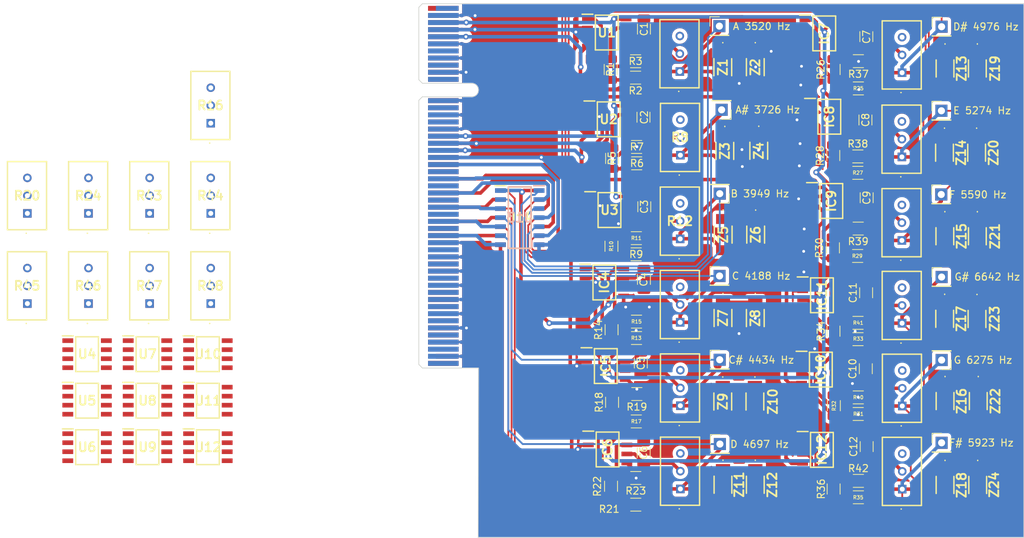
<source format=kicad_pcb>
(kicad_pcb (version 20221018) (generator pcbnew)
  (layers (0 "F.Cu" signal) (31 "B.Cu" signal) (34 "B.Paste" user) (35 "F.Paste" user) (36 "B.SilkS" user "B.Silkscreen") (37 "F.SilkS" user "F.Silkscreen") (38 "B.Mask" user) (39 "F.Mask" user) (44 "Edge.Cuts" user))
  (net 0 "")
  (net 1 "TRI WAVE OUT (B)")
  (net 2 "Net-(IC4-IN2-)")
  (net 3 "TRI WAVE OUT (C)")
  (net 4 "Net-(IC5-IN2-)")
  (net 5 "TRI WAVE OUT (C#)")
  (net 6 "Net-(IC6-IN2-)")
  (net 7 "TRI WAVE OUT (D)")
  (net 8 "Net-(IC7-IN2-)")
  (net 9 "TRI WAVE OUT (D#)")
  (net 10 "Net-(IC8-IN2-)")
  (net 11 "TRI WAVE OUT (E)")
  (net 12 "Net-(IC9-IN2-)")
  (net 13 "TRI WAVE OUT (F)")
  (net 14 "Net-(IC10-IN2-)")
  (net 15 "TRI WAVE OUT (G)")
  (net 16 "Net-(IC11-IN2-)")
  (net 17 "TRI WAVE OUT (G#)")
  (net 18 "Net-(IC12-IN2-)")
  (net 19 "TRI WAVE OUT (F#)")
  (net 20 "TONE 1")
  (net 21 "TONE 2")
  (net 22 "TONE 3")
  (net 23 "TONE 4")
  (net 24 "TONE 5")
  (net 25 "TONE 6")
  (net 26 "TONE 7")
  (net 27 "TONE 8")
  (net 28 "TONE 9")
  (net 29 "TONE 10")
  (net 30 "TONE 11")
  (net 31 "TONE 12")
  (net 67 "GND")
  (net 68 "-15V")
  (net 69 "+15V")
  (net 70 "Net-(IC3-IN1+)")
  (net 71 "Net-(IC4-OUT1)")
  (net 72 "Net-(IC4-IN1+)")
  (net 73 "Net-(IC5-OUT1)")
  (net 74 "Net-(IC5-IN1+)")
  (net 75 "Net-(IC6-OUT1)")
  (net 76 "Net-(IC6-IN1+)")
  (net 77 "Net-(IC7-OUT1)")
  (net 78 "Net-(IC7-IN1+)")
  (net 79 "Net-(IC8-OUT1)")
  (net 80 "Net-(IC8-IN1+)")
  (net 81 "Net-(IC9-OUT1)")
  (net 82 "Net-(IC9-IN1+)")
  (net 83 "Net-(IC10-OUT1)")
  (net 84 "Net-(IC10-IN1+)")
  (net 85 "Net-(IC11-OUT1)")
  (net 86 "Net-(IC11-IN1+)")
  (net 87 "Net-(IC12-OUT1)")
  (net 88 "Net-(IC12-IN1+)")
  (net 89 "A (3520 Hz)")
  (net 90 "A# (3726 Hz)")
  (net 91 "B (3949 Hz)")
  (net 92 "D (4697 Hz)")
  (net 93 "C# (4434 Hz)")
  (net 94 "C (4188 Hz)")
  (net 95 "D# (4976 Hz)")
  (net 96 "E (5274 Hz)")
  (net 97 "F (5590 Hz)")
  (net 98 "G# (6642 Hz)")
  (net 99 "G (6275 Hz)")
  (net 100 "F# (5923 Hz)")
  (net 115 "Net-(Z1-K)")
  (net 116 "Net-(Z3-K)")
  (net 117 "Net-(Z5-K)")
  (net 118 "Net-(Z7-K)")
  (net 119 "Net-(Z10-K)")
  (net 120 "Net-(Z11-K)")
  (net 121 "Net-(Z13-K)")
  (net 122 "Net-(Z14-K)")
  (net 123 "Net-(Z15-K)")
  (net 124 "Net-(Z16-K)")
  (net 125 "Net-(Z17-K)")
  (net 126 "Net-(Z18-K)")
  (net 127 "Net-(U1B--)")
  (net 128 "Net-(C1-Pad2)")
  (net 129 "Net-(U2B--)")
  (net 130 "Net-(C2-Pad2)")
  (net 131 "Net-(U3B--)")
  (net 132 "Net-(C3-Pad2)")
  (net 133 "Net-(U4B--)")
  (net 134 "Net-(C4-Pad2)")
  (net 135 "Net-(U5B--)")
  (net 136 "Net-(C5-Pad2)")
  (net 137 "Net-(U6B--)")
  (net 138 "Net-(C6-Pad2)")
  (net 139 "Net-(U7B--)")
  (net 140 "Net-(C7-Pad2)")
  (net 141 "Net-(U8B--)")
  (net 142 "Net-(C8-Pad2)")
  (net 143 "Net-(U9B--)")
  (net 144 "Net-(C9-Pad2)")
  (net 145 "Net-(U11B--)")
  (net 146 "Net-(C10-Pad2)")
  (net 147 "Net-(U12B--)")
  (net 148 "Net-(C11-Pad2)")
  (net 149 "Net-(U10B--)")
  (net 150 "Net-(C12-Pad2)")
  (net 151 "Net-(U1A-+)")
  (net 152 "Net-(R3-Pad1)")
  (net 153 "Net-(U2A-+)")
  (net 154 "Net-(R7-Pad1)")
  (net 155 "Net-(U3A-+)")
  (net 156 "Net-(R11-Pad1)")
  (net 158 "Net-(U4A-+)")
  (net 159 "Net-(R15-Pad1)")
  (net 161 "Net-(U5A-+)")
  (net 162 "Net-(R19-Pad1)")
  (net 164 "Net-(U6A-+)")
  (net 165 "Net-(R23-Pad1)")
  (net 167 "Net-(U7A-+)")
  (net 168 "Net-(U8A-+)")
  (net 169 "Net-(U9A-+)")
  (net 170 "Net-(U11A-+)")
  (net 171 "Net-(U12A-+)")
  (net 172 "Net-(U10A-+)")
  (net 173 "Net-(R37-Pad1)")
  (net 174 "Net-(R38-Pad1)")
  (net 175 "Net-(R39-Pad1)")
  (net 176 "Net-(R40-Pad1)")
  (net 177 "Net-(R41-Pad1)")
  (net 178 "Net-(R42-Pad1)")
  (footprint "SamacSys_Parts:CT9EW104" (layer "F.Cu") (at 134.62 86.7156)
    (fp_text reference "R12")
    (fp_text value "CT-9EW104" hide)
  )
  (footprint "Resistor_SMD:R_1206_3216Metric" (layer "F.Cu") (at 159.6644 85.2618 180)
    (fp_text reference "R39")
    (fp_text value "27k")
  )
  (footprint "SamacSys_Parts:CT9EW104" (layer "F.Cu") (at 68.572 70.4258)
    (fp_text reference "R16")
    (fp_text value "CT-9EW104" hide)
  )
  (footprint "SamacSys_Parts:PDZVTFTR47B" (layer "F.Cu") (at 171.8818 121.367)
    (fp_text reference "Z18")
    (fp_text value "PDZVTFTR4.7B" hide)
  )
  (footprint "SamacSys_Parts:SOIC127P600X175-8N" (layer "F.Cu") (at 59.672 109.5008)
    (fp_text reference "U8")
    (fp_text value "LM358" hide)
  )
  (footprint "SamacSys_Parts:SOIC127P600X175-8N" (layer "F.Cu") (at 124.288 57.658)
    (fp_text reference "U1")
    (fp_text value "LM358" hide)
  )
  (footprint "Resistor_SMD:R_1206_3216Metric" (layer "F.Cu") (at 128.3462 61.6986)
    (fp_text reference "R3")
    (fp_text value "27k")
  )
  (footprint "Capacitor_SMD:C_1206_3216Metric" (layer "F.Cu") (at 160.7331 104.9976 90)
    (fp_text reference "C10")
    (fp_text value "2.2nF")
  )
  (footprint "SamacSys_Parts:PDZVTFTR47B" (layer "F.Cu") (at 145.1317 109.6176)
    (fp_text reference "Z10")
    (fp_text value "PDZVTFTR4.7B" hide)
  )
  (footprint "Connector_PinHeader_2.54mm:PinHeader_1x01_P2.54mm_Vertical" (layer "F.Cu") (at 171.3738 68.6756)
    (fp_text reference "J5" hide)
    (fp_text value "E 5274 Hz")
  )
  (footprint "Connector_PinHeader_2.54mm:PinHeader_1x01_P2.54mm_Vertical" (layer "F.Cu") (at 140.208 115.6072)
    (fp_text reference "J12" hide)
    (fp_text value "D 4697 Hz")
  )
  (footprint "Resistor_SMD:R_1206_3216Metric" (layer "F.Cu") (at 128.3716 124.1416)
    (fp_text reference "R21")
    (fp_text value "100k")
  )
  (footprint "SamacSys_Parts:PDZVTFTR47B" (layer "F.Cu") (at 171.8837 109.554)
    (fp_text reference "Z16")
    (fp_text value "PDZVTFTR4.7B" hide)
  )
  (footprint "SamacSys_Parts:PDZVTFTR47B" (layer "F.Cu") (at 176.4284 86.3442)
    (fp_text reference "Z21")
    (fp_text value "PDZVTFTR4.7B" hide)
  )
  (footprint "Connector_PinHeader_2.54mm:PinHeader_1x01_P2.54mm_Vertical" (layer "F.Cu") (at 171.3992 92.0868)
    (fp_text reference "J11" hide)
    (fp_text value "G# 6642 Hz")
  )
  (footprint "SamacSys_Parts:PDZVTFTR47B" (layer "F.Cu") (at 176.4792 121.367)
    (fp_text reference "Z24")
    (fp_text value "PDZVTFTR4.7B" hide)
  )
  (footprint "SamacSys_Parts:SOIC127P600X175-8N" (layer "F.Cu") (at 124.4034 116.3692)
    (fp_text reference "IC6")
    (fp_text value "LM358DT" hide)
  )
  (footprint "Resistor_SMD:R_1206_3216Metric" (layer "F.Cu") (at 128.5201 108.5606 180)
    (fp_text reference "R19")
    (fp_text value "27k")
  )
  (footprint "Connector_PinHeader_2.54mm:PinHeader_1x01_P2.54mm_Vertical" (layer "F.Cu") (at 140.1787 103.7346)
    (fp_text reference "J10" hide)
    (fp_text value "C# 4434 Hz")
  )
  (footprint "Resistor_SMD:R_1206_3216Metric" (layer "F.Cu") (at 128.4986 76.073)
    (fp_text reference "R6")
    (fp_text value "100k")
  )
  (footprint "SamacSys_Parts:CT9EW104" (layer "F.Cu") (at 165.8366 98.5892)
    (fp_text reference "R47" hide)
    (fp_text value "CT-9EW104" hide)
  )
  (footprint "SamacSys_Parts:CT9EW104" (layer "F.Cu") (at 59.972 83.1258)
    (fp_text reference "R43")
    (fp_text value "CT-9EW104" hide)
  )
  (footprint "SamacSys_Parts:CT9EW104" (layer "F.Cu") (at 134.62 98.4622)
    (fp_text reference "R16" hide)
    (fp_text value "CT-9EW104" hide)
  )
  (footprint "SamacSys_Parts:CT9EW104" (layer "F.Cu") (at 134.6454 74.93)
    (fp_text reference "R8")
    (fp_text value "CT-9EW104" hide)
  )
  (footprint "SamacSys_Parts:PDZVTFTR47B" (layer "F.Cu") (at 145.6749 74.3068)
    (fp_text reference "Z4")
    (fp_text value "PDZVTFTR4.7B" hide)
  )
  (footprint "SamacSys_Parts:SOIC127P600X175-8N" (layer "F.Cu") (at 59.672 102.9508)
    (fp_text reference "U7")
    (fp_text value "LM358" hide)
  )
  (footprint "SamacSys_Parts:PDZVTFTR47B" (layer "F.Cu") (at 140.6398 97.8564)
    (fp_text reference "Z7")
    (fp_text value "PDZVTFTR4.7B" hide)
  )
  (footprint "Resistor_SMD:R_1206_3216Metric" (layer "F.Cu") (at 159.6136 77.4132)
    (fp_text reference "R27")
    (fp_text value "100k")
  )
  (footprint "SamacSys_Parts:CT9EW104" (layer "F.Cu") (at 165.8639 110.2516)
    (fp_text reference "R46" hide)
    (fp_text value "CT-9EW104" hide)
  )
  (footprint "Capacitor_SMD:C_1206_3216Metric" (layer "F.Cu") (at 129.5146 57.1756 90)
    (fp_text reference "C1")
    (fp_text value "2.2nF")
  )
  (footprint "SamacSys_Parts:SOIC127P600X175-8N" (layer "F.Cu") (at 154.5648 94.656)
    (fp_text reference "IC11")
    (fp_text value "LM358DT" hide)
  )
  (footprint "Resistor_SMD:R_1206_3216Metric" (layer "F.Cu") (at 124.968 99.5074 -90)
    (fp_text reference "R14")
    (fp_text value "100k")
  )
  (footprint "SamacSys_Parts:CT9EW104" (layer "F.Cu") (at 134.6415 110.2078)
    (fp_text reference "R20" hide)
    (fp_text value "CT-9EW104" hide)
  )
  (footprint "Resistor_SMD:R_1206_3216Metric" (layer "F.Cu") (at 159.6898 120.7926 180)
    (fp_text reference "R42")
    (fp_text value "27k")
  )
  (footprint "Capacitor_SMD:C_1206_3216Metric" (layer "F.Cu") (at 129.0789 104.1918 90)
    (fp_text reference "C5")
    (fp_text value "2.2nF")
  )
  (footprint "SamacSys_Parts:PDZVTFTR47B" (layer "F.Cu") (at 145.1864 62.531)
    (fp_text reference "Z2")
    (fp_text value "PDZVTFTR4.7B" hide)
  )
  (footprint "SamacSys_Parts:CT9EW104" (layer "F.Cu") (at 68.572 83.1258)
    (fp_text reference "R44")
    (fp_text value "CT-9EW104" hide)
  )
  (footprint "Connector_PinHeader_2.54mm:PinHeader_1x01_P2.54mm_Vertical" (layer "F.Cu") (at 171.3992 115.4332)
    (fp_text reference "J13" hide)
    (fp_text value "F# 5923 Hz")
  )
  (footprint "Resistor_SMD:R_1206_3216Metric" (layer "F.Cu") (at 156.21 121.9356 -90)
    (fp_text reference "R36")
    (fp_text value "100k")
  )
  (footprint "SamacSys_Parts:PDZVTFTR47B" (layer "F.Cu") (at 145.2398 86.1143)
    (fp_text reference "Z6")
    (fp_text value "PDZVTFTR4.7B" hide)
  )
  (footprint "Resistor_SMD:R_1206_3216Metric" (layer "F.Cu") (at 128.4732 100.6758)
    (fp_text reference "R13")
    (fp_text value "100k")
  )
  (footprint "Connector_PinHeader_2.54mm:PinHeader_1x01_P2.54mm_Vertical" (layer "F.Cu") (at 171.4011 103.7784 180)
    (fp_text reference "J9" hide)
    (fp_text value "G 6275 Hz")
  )
  (footprint "SamacSys_Parts:PDZVTFTR47B" (layer "F.Cu") (at 145.1864 97.8662)
    (fp_text reference "Z8")
    (fp_text value "PDZVTFTR4.7B" hide)
  )
  (footprint "Connector_PinHeader_2.54mm:PinHeader_1x01_P2.54mm_Vertical" (layer "F.Cu") (at 140.1852 80.3485 180)
    (fp_text reference "J6" hide)
    (fp_text value "B 3949 Hz")
  )
  (footprint "Capacitor_SMD:C_1206_3216Metric" (layer "F.Cu") (at 129.4892 116.8264 90)
    (fp_text reference "C6")
    (fp_text value "2.2nF")
  )
  (footprint "Resistor_SMD:R_1206_3216Metric" (layer "F.Cu") (at 156.1084 87.9796 -90)
    (fp_text reference "R30")
    (fp_text value "100k")
  )
  (footprint "Resistor_SMD:R_1206_3216Metric" (layer "F.Cu") (at 159.6898 123.104)
    (fp_text reference "R35")
    (fp_text value "100k")
  )
  (footprint "SamacSys_Parts:SOIC127P600X175-8N" (layer "F.Cu") (at 124.5616 69.8754)
    (fp_text reference "U2")
    (fp_text value "LM358" hide)
  )
  (footprint "Resistor_SMD:R_1206_3216Metric" (layer "F.Cu") (at 125.0403 109.729 -90)
    (fp_text reference "R18")
    (fp_text value "100k")
  )
  (footprint "SamacSys_Parts:PDZVTFTR47B" (layer "F.Cu") (at 171.8818 62.7164)
    (fp_text reference "Z13")
    (fp_text value "PDZVTFTR4.7B" hide)
  )
  (footprint "SamacSys_Parts:PDZVTFTR47B" (layer "F.Cu") (at 140.8997 74.3284)
    (fp_text reference "Z3")
    (fp_text value "PDZVTFTR4.7B" hide)
  )
  (footprint "SamacSys_Parts:CT9EW104" (layer "F.Cu") (at 42.772 83.1258)
    (fp_text reference "R20")
    (fp_text value "CT-9EW104" hide)
  )
  (footprint "SamacSys_Parts:PDZVTFTR47B" (layer "F.Cu") (at 176.4284 62.7164)
    (fp_text reference "Z19")
    (fp_text value "PDZVTFTR4.7B" hide)
  )
  (footprint "Resistor_SMD:R_1206_3216Metric" (layer "F.Cu") (at 159.639 100.838)
    (fp_text reference "R33")
    (fp_text value "100k")
  )
  (footprint "SamacSys_Parts:SOIC127P600X175-8N" (layer "F.Cu") (at 155.6004 69.5138)
    (fp_text reference "IC8")
    (fp_text value "LM358DT" hide)
  )
  (footprint "SamacSys_Parts:SOIC127P600X175-14N" (layer "F.Cu") (at 112.0452 83.7184)
    (fp_text reference "U14")
    (fp_text value "4069" hide)
  )
  (footprint "Connector_PinHeader_2.54mm:PinHeader_1x01_P2.54mm_Vertical" (layer "F.Cu") (at 140.44985 68.541 180)
    (fp_text reference "J4" hide)
    (fp_text value "A# 3726 Hz")
  )
  (footprint "SamacSys_Parts:SOIC127P600X175-8N" (layer "F.Cu") (at 154.8892 57.779)
    (fp_text reference "IC7")
    (fp_text value "LM358DT" hide)
  )
  (footprint "Resistor_SMD:R_1206_3216Metric" (layer "F.Cu") (at 159.6898 65.526)
    (fp_text reference "R25")
    (fp_text value "100k")
  )
  (footprint "SamacSys_Parts:CT9EW104" (layer "F.Cu") (at 68.572 95.8258)
    (fp_text reference "R48")
    (fp_text value "CT-9EW104" hide)
  )
  (footprint "SamacSys_Parts:SOIC127P600X175-8N" (layer "F.Cu") (at 155.8798 81.3756)
    (fp_text reference "IC9")
    (fp_text value "LM358DT" hide)
  )
  (footprint "Resistor_SMD:R_1206_3216Metric" (layer "F.Cu") (at 128.3716 120.3824 180)
    (fp_text reference "R23")
    (fp_text value "27k")
  )
  (footprint "Connector_PinHeader_2.54mm:PinHeader_1x01_P2.54mm_Vertical" (layer "F.Cu") (at 171.3484 80.4612)
    (fp_text reference "J7" hide)
    (fp_text value "F 5590 Hz")
  )
  (footprint "Resistor_SMD:R_1206_3216Metric" (layer "F.Cu") (at 125.0442 75.3872 -90)
    (fp_text reference "R5")
    (fp_text value "100k")
  )
  (footprint "SamacSys_Parts:PDZVTFTR47B" (layer "F.Cu") (at 171.8564 86.3384)
    (fp_text reference "Z15")
    (fp_text value "PDZVTFTR4.7B" hide)
  )
  (footprint "Resistor_SMD:R_1206_3216Metric" (layer "F.Cu") (at 159.6136 75.1078 180)
    (fp_text reference "R38")
    (fp_text value "27k")
  )
  (footprint "Connector_PinHeader_2.54mm:PinHeader_1x01_P2.54mm_Vertical" (layer "F.Cu") (at 171.3992 56.8392)
    (fp_text reference "J3" hide)
    (fp_text value "D# 4976 Hz")
  )
  (footprint "SamacSys_Parts:SOIC127P600X175-8N" (layer "F.Cu") (at 154.559 116.4238)
    (fp_text reference "IC12")
    (fp_text value "LM358DT" hide)
  )
  (footprint "SamacSys_Parts:CT9EW104" (layer "F.Cu") (at 134.6454 121.928)
    (fp_text reference "R24" hide)
    (fp_text value "CT-9EW104" hide)
  )
  (footprint "Capacitor_SMD:C_1206_3216Metric" (layer "F.Cu") (at 160.782 94.3004 90)
    (fp_text reference "C11")
    (fp_text value "2.2nF")
  )
  (footprint "Capacitor_SMD:C_1206_3216Metric" (layer "F.Cu") (at 160.8074 58.2362 90)
    (fp_text reference "C7")
    (fp_text value "2.2nF")
  )
  (footprint "SamacSys_Parts:PDZVTFTR47B" (layer "F.Cu") (at 171.831 97.9678)
    (fp_text reference "Z17")
    (fp_text value "PDZVTFTR4.7B" hide)
  )
  (footprint "Resistor_SMD:R_1206_3216Metric" (layer "F.Cu") (at 128.3462 64.008)
    (fp_text reference "R2")
    (fp_text value "100k")
  )
  (footprint "SamacSys_Parts:CT9EW104" (layer "F.Cu") (at 59.972 95.8258)
    (fp_text reference "R47")
    (fp_text value "CT-9EW104" hide)
  )
  (footprint "Resistor_SMD:R_1206_3216Metric" (layer "F.Cu") (at 159.6898 61.6906 180)
    (fp_text reference "R37")
    (fp_text value "27k")
  )
  (footprint "SamacSys_Parts:SOIC127P600X175-8N" (layer "F.Cu") (at 68.172 109.5008)
    (fp_text reference "U11")
    (fp_text value "LM358" hide)
  )
  (footprint "SamacSys_Parts:SOIC127P600X175-8N" (layer "F.Cu") (at 154.4085 105.1246)
    (fp_text reference "IC10")
    (fp_text value "LM358DT" hide)
  )
  (footprint "SamacSys_Parts:PDZVTFTR47B" (layer "F.Cu") (at 140.6678 86.1143)
    (fp_text reference "Z5")
    (fp_text value "PDZVTFTR4.7B" hide)
  )
  (footprint "Capacitor_SMD:C_1206_3216Metric" (layer "F.Cu") (at 160.6804 69.971 90)
    (fp_text reference "C8")
    (fp_text value "2.2nF")
  )
  (footprint "Resistor_SMD:R_1206_3216Metric" (layer "F.Cu") (at 159.639 98.5422 180)
    (fp_text reference "R41")
    (fp_text value "27k")
  )
  (footprint "Resistor_SMD:R_1206_3216Metric" (layer "F.Cu") (at 156.1592 74.9748 -90)
    (fp_text reference "R28")
    (fp_text value "100k")
  )
  (footprint "Resistor_SMD:R_1206_3216Metric" (layer "F.Cu") (at 124.841 62.865 -90)
    (fp_text reference "R1")
    (fp_text value "100k")
  )
  (footprint "Capacitor_SMD:C_1206_3216Metric" (layer "F.Cu") (at 129.45165 69.5824 90)
    (fp_text reference "C2")
    (fp_text value "2.2nF")
  )
  (footprint "SamacSys_Parts:PDZVTFTR47B" (layer "F.Cu") (at 145.1864 121.3378)
    (fp_text reference "Z12")
    (fp_text value "PDZVTFTR4.7B" hide)
  )
  (footprint "Connector_PinHeader_2.54mm:PinHeader_1x01_P2.54mm_Vertical" (layer "F.Cu") (at 140.1318 56.7554)
    (fp_text reference "J2" hide)
    (fp_text value "A 3520 Hz")
  )
  (footprint "Resistor_SMD:R_1206_3216Metric" (layer "F.Cu") (at 159.6663 111.373)
    (fp_text reference "R31")
    (fp_text value "100k")
  )
  (footprint "SamacSys_Parts:CT9EW104" (layer "F.Cu") (at 134.5692 63.1444)
    (fp_text reference "R4" hide)
    (fp_text value "CT-9EW104" hide)
  )
  (footprint "Resistor_SMD:R_1206_3216Metric" (layer "F.Cu") (at 159.5882 89.1226)
    (fp_text reference "R29")
    (fp_text value "100k")
  )
  (footprint "SamacSys_Parts:CT9EW104" (layer "F.Cu") (at 42.772 95.8258)
    (fp_text reference "R45")
    (fp_text value "CT-9EW104" hide)
  )
  (footprint "SamacSys_Parts:CT9EW104" (layer "F.Cu") (at 51.372 95.8258)
    (fp_text reference "R46")
    (fp_text value "CT-9EW104" hide)
  )
  (footprint "Capacitor_SMD:C_1206_3216Metric" (layer "F.Cu") (at 129.5688 82.1881 90)
    (fp_text reference "C3")
    (fp_text value "2.2nF")
  )
  (footprint "SamacSys_Parts:PDZVTFTR47B" (layer "F.Cu") (at 140.6105 109.6176)
    (fp_text reference "Z9")
    (fp_text value "PDZVTFTR4.7B" hide)
  )
  (footprint "SamacSys_Parts:CT9EW104" (layer "F.Cu") (at 165.862 121.9572)
    (fp_text reference "R48" hide)
    (fp_text value "CT-9EW104" hide)
  )
  (footprint "SamacSys_Parts:CT9EW104" (layer "F.Cu") (at 165.8366 63.3124)
    (fp_text reference "R43" hide)
    (fp_text value "CT-9EW104" hide)
  )
  (footprint "Resistor_SMD:R_1206_3216Metric" (layer "F.Cu") (at 124.8918 121.5508 -90)
    (fp_text reference "R22")
    (fp_text value "100k")
  )
  (footprint "Resistor_SMD:R_1206_3216Metric" (layer "F.Cu") (at 159.677 109.0362 180)
    (fp_text reference "R40")
    (fp_text value "27k")
  )
  (footprint "SamacSys_Parts:CT9EW104" (layer "F.Cu") (at 51.372 83.1258)
    (fp_text reference "R24")
    (fp_text value "CT-9EW104" hide)
  )
  (footprint "Resistor_SMD:R_1206_3216Metric" (layer "F.Cu") (at 124.946 87.7507 -90)
    (fp_text reference "R10")
    (fp_text value "100k")
  )
  (footprint "SamacSys_Parts:SOIC127P600X175-8N" (layer "F.Cu") (at 59.672 116.0508)
    (fp_text reference "U9")
    (fp_text value "LM358" hide)
  )
  (footprint "SamacSys_Parts:SOIC127P600X175-8N" (layer "F.Cu") (at 123.952 92.8526)
    (fp_text reference "IC4")
    (fp_text value "LM358DT" hide)
  )
  (footprint "Resistor_SMD:R_1206_3216Metric" (layer "F.Cu") (at 128.48645 73.7734)
    (fp_text reference "R7")
    (fp_text value "27k")
  )
  (footprint "SamacSys_Parts:CT9EW104" (layer "F.Cu") (at 165.8112 75.1742)
    (fp_text reference "R44" hide)
    (fp_text value "CT-9EW104" hide)
  )
  (footprint "Connector_PinHeader_2.54mm:PinHeader_1x01_P2.54mm_Vertical" (layer "F.Cu") (at 140.1572 91.9382)
    (fp_text reference "J8" hide)
    (fp_text value "C 4188 Hz")
  )
  (footprint "SamacSys_Parts:PDZVTFTR47B" (layer "F.Cu") (at 176.3268 74.5782)
    (fp_text reference "Z20")
    (fp_text value "PDZVTFTR4.7B" hide)
  )
  (footprint "Resistor_SMD:R_1206_3216Metric" (layer "F.Cu") (at 156.21 62.859 -90)
    (fp_text reference "R26")
    (fp_text value "100k")
  )
  (footprint "SamacSys_Parts:SOIC127P600X175-8N" (layer "F.Cu") (at 124.1513 104.6236)
    (fp_text reference "IC5")
    (fp_text value "LM358DT" hide)
  )
  (footprint "Resistor_SMD:R_1206_3216Metric" (layer "F.Cu") (at 128.4439 112.4214)
    (fp_text reference "R17")
    (fp_text value "100k")
  )
  (footprint "Capacitor_SMD:C_1206_3216Metric" (layer "F.Cu") (at 160.8582 115.9666 90)
    (fp_text reference "C12")
    (fp_text value "2.2nF")
  )
  (footprint "Capacitor_SMD:C_1206_3216Metric" (layer "F.Cu") (at 160.8582 80.9202 90)
    (fp_text reference "C9")
    (fp_text value "2.2nF")
  )
  (footprint "SamacSys_Parts:PDZVTFTR47B" (layer "F.Cu") (at 176.5573 109.554)
    (fp_text reference "Z22")
    (fp_text value "PDZVTFTR4.7B" hide)
  )
  (footprint "Capacitor_SMD:C_1206_3216Metric" (layer "F.Cu") (at 129.5146 92.4208 90)
    (fp_text reference "C4")
    (fp_text value "2.2nF")
  )
  (footprint "SamacSys_Parts:PDZVTFTR47B" (layer "F.Cu") (at 171.8056 74.5782)
    (fp_text reference "Z14")
    (fp_text value "PDZVTFTR4.7B" hide)
  )
  (footprint "Resistor_SMD:R_1206_3216Metric" (layer "F.Cu") (at 128.4512 86.6077 180)
    (fp_text reference "R11")
    (fp_text value "27k")
  )
  (footprint "SamacSys_Parts:PDZVTFTR47B" (layer "F.Cu") (at 140.6398 121.332)
    (fp_text reference "Z11")
    (fp_text value "PDZVTFTR4.7B" hide)
  )
  (footprint "Connector_PCBEdge:BUS_PCIexpress_x8" (layer "F.Cu") (at 101.2952 54.2494 -90)
    (fp_text reference "J1" hide)
    (fp_text value "Edge Connector")
    (fp_line (start -0.65 -4.95) (end -0.65 2.95) (stroke (width 0.1)) (layer "Edge.Cuts"))
    (fp_line (start -0.65 2.95) (end -0.15 3.45) (stroke (width 0.1)) (layer "Edge.Cuts"))
    (fp_line (start -0.15 3.45) (end 10.05 3.45) (stroke (width 0.1)) (layer "Edge.Cuts"))
    (fp_line (start 10.55 -4) (end 10.55 2.95) (stroke (width 0.1)) (layer "Edge.Cuts"))
    (fp_line (start 10.55 2.95) (end 10.05 3.45) (stroke (width 0.1)) (layer "Edge.Cuts"))
    (fp_line (start 12.45 -4) (end 12.45 2.95) (stroke (width 0.1)) (layer "Edge.Cuts"))
    (fp_line (start 12.45 2.95) (end 12.95 3.45) (stroke (width 0.1)) (layer "Edge.Cuts"))
    (fp_line (start 12.95 3.45) (end 50.15 3.45) (stroke (width 0.1)) (layer "Edge.Cuts"))
    (fp_line (start 50.65 -4.95) (end 50.65 2.95) (stroke (width 0.1)) (layer "Edge.Cuts"))
    (fp_line (start 50.65 2.95) (end 50.15 3.45) (stroke (width 0.1)) (layer "Edge.Cuts"))
    (fp_arc (start 10.55 -4) (mid 11.5 -4.95) (end 12.45 -4) (stroke (width 0.1)) (layer "Edge.Cuts"))
  )
  (footprint "SamacSys_Parts:CT9EW104" (layer "F.Cu") (at 165.8112 86.9344)
    (fp_text reference "R45" hide)
    (fp_text value "CT-9EW104" hide)
  )
  (footprint "SamacSys_Parts:SOIC127P600X175-8N" (layer "F.Cu") (at 124.669 82.6516)
    (fp_text reference "U3")
    (fp_text value "LM358" hide)
  )
  (footprint "Resistor_SMD:R_1206_3216Metric" (layer "F.Cu") (at 156.1846 99.7106 -90)
    (fp_text reference "R34")
    (fp_text value "100k")
  )
  (footprint "Resistor_SMD:R_1206_3216Metric" (layer "F.Cu") (at 128.4258 88.8937)
    (fp_text reference "R9")
    (fp_text value "100k")
  )
  (footprint "SamacSys_Parts:SOIC127P600X175-8N" (layer "F.Cu") (at 68.172 116.0508)
    (fp_text reference "U12")
    (fp_text value "LM358" hide)
  )
  (footprint "SamacSys_Parts:SOIC127P600X175-8N" (layer "F.Cu") (at 51.172 109.5008)
    (fp_text reference "U5")
    (fp_text value "LM358" hide)
  )
  (footprint "SamacSys_Parts:SOIC127P600X175-8N" (layer "F.Cu") (at 51.172 102.9508)
    (fp_text reference "U4")
    (fp_text value "LM358" hide)
  )
  (footprint "SamacSys_Parts:PDZVTFTR47B" (layer "F.Cu") (at 176.3776 97.9932)
    (fp_text reference "Z23")
    (fp_text value "PDZVTFTR4.7B" hide)
  )
  (footprint "SamacSys_Parts:SOIC127P600X175-8N" (layer "F.Cu") (at 51.172 116.0508)
    (fp_text reference "U6")
    (fp_text value "LM358" hide)
  )
  (footprint "Resistor_SMD:R_1206_3216Metric" (layer "F.Cu") (at 128.4732 98.3644 180)
    (fp_text reference "R15")
    (fp_text value "27k")
  )
  (footprint "SamacSys_Parts:SOIC127P600X175-8N" (layer "F.Cu") (at 68.172 102.9508)
    (fp_text reference "U10")
    (fp_text value "LM358" hide)
  )
  (footprint "SamacSys_Parts:PDZVTFTR47B" (layer "F.Cu") (at 140.6144 62.5368)
    (fp_text reference "Z1")
    (fp_text value "PDZVTFTR4.7B" hide)
  )
  (footprint "Resistor_SMD:R_1206_3216Metric" (layer "F.Cu") (at 156.2373 110.2046 -90)
    (fp_text reference "R32")
    (fp_text value "100k")
  )
  (footprint "SamacSys_Parts:SOIC127P600X175-14N" (layer "B.Cu") (at 112.0452 83.7184 180)
    (fp_text reference "U13")
    (fp_text value "4069" hide)
  )
  (gr_line (start 106.2452 53.5994) (end 182.9562 53.5994) (stroke (width 0.1)) (layer "Edge.Cuts"))
  (gr_line (start 182.9562 53.5994) (end 182.9562 128.75) (stroke (width 0.1)) (layer "Edge.Cuts"))
  (gr_line (start 106.1944 128.75) (end 182.9562 128.75) (stroke (width 0.1)) (layer "Edge.Cuts"))
  (gr_line (start 106.2452 104.8994) (end 106.1944 128.75) (stroke (width 0.1)) (layer "Edge.Cuts"))
  (segment (start 127.3498 82.0166) (end 126.0873 82.0166) (width 0.5) (layer "F.Cu") (net 1))
  (segment (start 124.946 83.1579) (end 124.946 86.2882) (width 0.5) (layer "F.Cu") (net 1))
  (segment (start 127.3498 82.0166) (end 128.2653 82.0166) (width 0.5) (layer "F.Cu") (net 1))
  (segment (start 126.0873 82.0166) (end 124.946 83.1579) (width 0.5) (layer "F.Cu") (net 1))
  (segment (start 128.2653 82.0166) (end 129.5688 80.7131) (width 0.5) (layer "F.Cu") (net 1))
  (segment (start 129.5146 93.8958) (end 132.5536 93.8958) (width 0.5) (layer "F.Cu") (net 2))
  (segment (start 126.664 93.4876) (end 129.1064 93.4876) (width 0.5) (layer "F.Cu") (net 2))
  (segment (start 132.5536 93.8958) (end 134.62 95.9622) (width 0.5) (layer "F.Cu") (net 2))
  (segment (start 129.1064 93.4876) (end 129.5146 93.8958) (width 0.5) (layer "F.Cu") (net 2))
  (segment (start 125.3998 97.6131) (end 125.3998 92.7643) (width 0.5) (layer "F.Cu") (net 3))
  (segment (start 126.664 92.2176) (end 128.2428 92.2176) (width 0.5) (layer "F.Cu") (net 3))
  (segment (start 128.2428 92.2176) (end 129.5146 90.9458) (width 0.5) (layer "F.Cu") (net 3))
  (segment (start 124.968 98.0449) (end 125.3998 97.6131) (width 0.5) (layer "F.Cu") (net 3))
  (segment (start 125.9465 92.2176) (end 126.664 92.2176) (width 0.5) (layer "F.Cu") (net 3))
  (segment (start 125.3998 92.7643) (end 125.9465 92.2176) (width 0.5) (layer "F.Cu") (net 3))
  (segment (start 126.8633 105.2586) (end 128.6707 105.2586) (width 0.5) (layer "F.Cu") (net 4))
  (segment (start 132.6259 105.6922) (end 134.6415 107.7078) (width 0.5) (layer "F.Cu") (net 4))
  (segment (start 128.6707 105.2586) (end 129.0789 105.6668) (width 0.5) (layer "F.Cu") (net 4))
  (segment (start 129.6631 105.6922) (end 132.6259 105.6922) (width 0.5) (layer "F.Cu") (net 4))
  (segment (start 126.8633 103.9886) (end 126.1458 103.9886) (width 0.5) (layer "F.Cu") (net 5))
  (segment (start 126.1458 103.9886) (end 125.6508 104.4836) (width 0.5) (layer "F.Cu") (net 5))
  (segment (start 129.0789 102.7168) (end 127.8071 103.9886) (width 0.5) (layer "F.Cu") (net 5))
  (segment (start 127.8071 103.9886) (end 126.8633 103.9886) (width 0.5) (layer "F.Cu") (net 5))
  (segment (start 125.6508 104.4836) (end 125.6508 107.656) (width 0.5) (layer "F.Cu") (net 5))
  (segment (start 125.6508 107.656) (end 125.0403 108.2665) (width 0.5) (layer "F.Cu") (net 5))
  (segment (start 127.1154 117.0042) (end 128.192 117.0042) (width 0.5) (layer "F.Cu") (net 6))
  (segment (start 128.192 117.0042) (end 129.4892 118.3014) (width 0.5) (layer "F.Cu") (net 6))
  (segment (start 129.4892 118.3014) (end 133.5188 118.3014) (width 0.5) (layer "F.Cu") (net 6))
  (segment (start 133.5188 118.3014) (end 134.6454 119.428) (width 0.5) (layer "F.Cu") (net 6))
  (segment (start 127.1154 115.7342) (end 129.1064 115.7342) (width 0.5) (layer "F.Cu") (net 7))
  (segment (start 129.1064 115.7342) (end 129.4892 115.3514) (width 0.5) (layer "F.Cu") (net 7))
  (segment (start 125.6538 119.3263) (end 124.8918 120.0883) (width 0.5) (layer "F.Cu") (net 7))
  (segment (start 125.8529 115.7342) (end 125.6538 115.9333) (width 0.5) (layer "F.Cu") (net 7))
  (segment (start 125.6538 115.9333) (end 125.6538 119.3263) (width 0.5) (layer "F.Cu") (net 7))
  (segment (start 127.1154 115.7342) (end 125.8529 115.7342) (width 0.5) (layer "F.Cu") (net 7))
  (segment (start 160.8074 59.7112) (end 164.7354 59.7112) (width 0.5) (layer "F.Cu") (net 8))
  (segment (start 159.5102 58.414) (end 160.8074 59.7112) (width 0.5) (layer "F.Cu") (net 8))
  (segment (start 164.7354 59.7112) (end 165.8366 60.8124) (width 0.5) (layer "F.Cu") (net 8))
  (segment (start 157.6012 58.414) (end 159.5102 58.414) (width 0.5) (layer "F.Cu") (net 8))
  (segment (start 156.21 61.3965) (end 156.21 57.2727) (width 0.5) (layer "F.Cu") (net 9))
  (segment (start 156.21 57.2727) (end 156.3387 57.144) (width 0.5) (layer "F.Cu") (net 9))
  (segment (start 160.4246 57.144) (end 160.8074 56.7612) (width 0.5) (layer "F.Cu") (net 9))
  (segment (start 157.6012 57.144) (end 160.4246 57.144) (width 0.5) (layer "F.Cu") (net 9))
  (segment (start 156.3387 57.144) (end 157.6012 57.144) (width 0.5) (layer "F.Cu") (net 9))
  (segment (start 159.3832 70.1488) (end 160.6804 71.446) (width 0.5) (layer "F.Cu") (net 10))
  (segment (start 160.6804 71.446) (end 164.583 71.446) (width 0.5) (layer "F.Cu") (net 10))
  (segment (start 158.3124 70.1488) (end 159.3832 70.1488) (width 0.5) (layer "F.Cu") (net 10))
  (segment (start 164.583 71.446) (end 165.8112 72.6742) (width 0.5) (layer "F.Cu") (net 10))
  (segment (start 158.3124 68.8788) (end 160.2976 68.8788) (width 0.5) (layer "F.Cu") (net 11))
  (segment (start 160.2976 68.8788) (end 160.6804 68.496) (width 0.5) (layer "F.Cu") (net 11))
  (segment (start 156.1592 69.7695) (end 156.1592 73.5123) (width 0.5) (layer "F.Cu") (net 11))
  (segment (start 158.3124 68.8788) (end 157.0499 68.8788) (width 0.5) (layer "F.Cu") (net 11))
  (segment (start 157.0499 68.8788) (end 156.1592 69.7695) (width 0.5) (layer "F.Cu") (net 11))
  (segment (start 160.8582 82.3952) (end 163.772 82.3952) (width 0.5) (layer "F.Cu") (net 12))
  (segment (start 158.5918 82.0106) (end 160.4736 82.0106) (width 0.5) (layer "F.Cu") (net 12))
  (segment (start 163.772 82.3952) (end 165.8112 84.4344) (width 0.5) (layer "F.Cu") (net 12))
  (segment (start 160.4736 82.0106) (end 160.8582 82.3952) (width 0.5) (layer "F.Cu") (net 12))
  (segment (start 159.5628 80.7406) (end 158.5918 80.7406) (width 0.5) (layer "F.Cu") (net 13))
  (segment (start 156.8196 81.2503) (end 156.8196 85.8059) (width 0.5) (layer "F.Cu") (net 13))
  (segment (start 160.8582 79.4452) (end 159.5628 80.7406) (width 0.5) (layer "F.Cu") (net 13))
  (segment (start 157.3293 80.7406) (end 156.8196 81.2503) (width 0.5) (layer "F.Cu") (net 13))
  (segment (start 156.8196 85.8059) (end 156.1084 86.5171) (width 0.5) (layer "F.Cu") (net 13))
  (segment (start 158.5918 80.7406) (end 157.3293 80.7406) (width 0.5) (layer "F.Cu") (net 13))
  (segment (start 160.0201 105.7596) (end 157.1205 105.7596) (width 0.5) (layer "F.Cu") (net 14))
  (segment (start 162.0121 107.7516) (end 160.7331 106.4726) (width 0.5) (layer "F.Cu") (net 14))
  (segment (start 165.8639 107.7516) (end 162.0121 107.7516) (width 0.5) (layer "F.Cu") (net 14))
  (segment (start 160.7331 106.4726) (end 160.0201 105.7596) (width 0.5) (layer "F.Cu") (net 14))
  (segment (start 155.908 104.9967) (end 156.4151 104.4896) (width 0.5) (layer "F.Cu") (net 15))
  (segment (start 155.908 108.4128) (end 155.908 104.9967) (width 0.5) (layer "F.Cu") (net 15))
  (segment (start 157.1205 104.4896) (end 159.7661 104.4896) (width 0.5) (layer "F.Cu") (net 15))
  (segment (start 156.4151 104.4896) (end 157.1205 104.4896) (width 0.5) (layer "F.Cu") (net 15))
  (segment (start 156.2373 108.7421) (end 155.908 108.4128) (width 0.5) (layer "F.Cu") (net 15))
  (segment (start 159.7661 104.4896) (end 160.7331 103.5226) (width 0.5) (layer "F.Cu") (net 15))
  (segment (start 161.0958 96.0892) (end 165.8366 96.0892) (width 0.5) (layer "F.Cu") (net 16))
  (segment (start 160.782 95.7754) (end 161.0958 96.0892) (width 0.5) (layer "F.Cu") (net 16))
  (segment (start 160.2976 95.291) (end 160.782 95.7754) (width 0.5) (layer "F.Cu") (net 16))
  (segment (start 157.2768 95.291) (end 160.2976 95.291) (width 0.5) (layer "F.Cu") (net 16))
  (segment (start 156.0143 94.021) (end 155.8798 94.1555) (width 0.5) (layer "F.Cu") (net 17))
  (segment (start 157.2768 94.021) (end 156.0143 94.021) (width 0.5) (layer "F.Cu") (net 17))
  (segment (start 160.782 92.8254) (end 159.5864 94.021) (width 0.5) (layer "F.Cu") (net 17))
  (segment (start 155.8798 97.9433) (end 156.1846 98.2481) (width 0.5) (layer "F.Cu") (net 17))
  (segment (start 155.8798 94.1555) (end 155.8798 97.9433) (width 0.5) (layer "F.Cu") (net 17))
  (segment (start 159.5864 94.021) (end 157.2768 94.021) (width 0.5) (layer "F.Cu") (net 17))
  (segment (start 160.8582 117.4416) (end 163.8464 117.4416) (width 0.5) (layer "F.Cu") (net 18))
  (segment (start 163.8464 117.4416) (end 165.862 119.4572) (width 0.5) (layer "F.Cu") (net 18))
  (segment (start 157.271 117.0588) (end 160.4754 117.0588) (width 0.5) (layer "F.Cu") (net 18))
  (segment (start 160.4754 117.0588) (end 160.8582 117.4416) (width 0.5) (layer "F.Cu") (net 18))
  (segment (start 156.0585 120.3216) (end 156.0585 116.2838) (width 0.5) (layer "F.Cu") (net 19))
  (segment (start 159.561 115.7888) (end 157.271 115.7888) (width 0.5) (layer "F.Cu") (net 19))
  (segment (start 156.5535 115.7888) (end 157.271 115.7888) (width 0.5) (layer "F.Cu") (net 19))
  (segment (start 156.21 120.4731) (end 156.0585 120.3216) (width 0.5) (layer "F.Cu") (net 19))
  (segment (start 160.8582 114.4916) (end 159.561 115.7888) (width 0.5) (layer "F.Cu") (net 19))
  (segment (start 156.0585 116.2838) (end 156.5535 115.7888) (width 0.5) (layer "F.Cu") (net 19))
  (segment (start 114.7826 86.2486) (end 116.0576 86.2486) (width 0.5) (layer "B.Cu") (net 20))
  (segment (start 116.0576 86.2486) (end 117.4526 84.8536) (width 0.5) (layer "B.Cu") (net 20))
  (segment (start 117.4526 78.5808) (end 115.1212 76.2494) (width 0.5) (layer "B.Cu") (net 20))
  (segment (start 115.1212 76.2494) (end 101.2952 76.2494) (width 0.5) (layer "B.Cu") (net 20))
  (segment (start 117.4526 84.8536) (end 117.4526 78.5808) (width 0.5) (layer "B.Cu") (net 20))
  (segment (start 114.7826 83.7086) (end 116.0576 83.7086) (width 0.5) (layer "B.Cu") (net 21))
  (segment (start 105.7892 78.2494) (end 101.2952 78.2494) (width 0.5) (layer "B.Cu") (net 21))
  (segment (start 116.7526 83.0136) (end 116.7526 78.87865) (width 0.5) (layer "B.Cu") (net 21))
  (segment (start 116.031149 78.1572) (end 105.8814 78.1572) (width 0.5) (layer "B.Cu") (net 21))
  (segment (start 116.0576 83.7086) (end 116.7526 83.0136) (width 0.5) (layer "B.Cu") (net 21))
  (segment (start 116.7526 78.87865) (end 116.031149 78.1572) (width 0.5) (layer "B.Cu") (net 21))
  (segment (start 105.8814 78.1572) (end 105.7892 78.2494) (width 0.5) (layer "B.Cu") (net 21))
  (segment (start 116.0526 79.1686) (end 115.7412 78.8572) (width 0.5) (layer "B.Cu") (net 22))
  (segment (start 105.4402 80.2494) (end 101.2952 80.2494) (width 0.5) (layer "B.Cu") (net 22))
  (segment (start 114.7826 81.1686) (end 115.5126 81.1686) (width 0.5) (layer "B.Cu") (net 22))
  (segment (start 105.4608 80.2288) (end 105.4402 80.2494) (width 0.5) (layer "B.Cu") (net 22))
  (segment (start 115.5126 81.1686) (end 116.0526 80.6286) (width 0.5) (layer "B.Cu") (net 22))
  (segment (start 116.0526 80.6286) (end 116.0526 79.1686) (width 0.5) (layer "B.Cu") (net 22))
  (segment (start 105.4608 80.178) (end 105.4608 80.2288) (width 0.5) (layer "B.Cu") (net 22))
  (segment (start 106.7816 78.8572) (end 105.4608 80.178) (width 0.5) (layer "B.Cu") (net 22))
  (segment (start 115.7412 78.8572) (end 106.7816 78.8572) (width 0.5) (layer "B.Cu") (net 22))
  (segment (start 106.553 82.4386) (end 106.3638 82.2494) (width 0.5) (layer "B.Cu") (net 23))
  (segment (start 106.3638 82.2494) (end 101.2952 82.2494) (width 0.5) (layer "B.Cu") (net 23))
  (segment (start 109.3326 82.4386) (end 106.553 82.4386) (width 0.5) (layer "B.Cu") (net 23))
  (segment (start 109.3326 84.9786) (end 106.68 84.9786) (width 0.5) (layer "B.Cu") (net 24))
  (segment (start 105.936 84.2494) (end 101.2952 84.2494) (width 0.5) (layer "B.Cu") (net 24))
  (segment (start 106.68 84.9786) (end 105.9434 84.242) (width 0.5) (layer "B.Cu") (net 24))
  (segment (start 105.9434 84.242) (end 105.936 84.2494) (width 0.5) (layer "B.Cu") (net 24))
  (segment (start 107.2642 87.5186) (end 105.995 86.2494) (width 0.5) (layer "B.Cu") (net 25))
  (segment (start 109.3326 87.5186) (end 107.2642 87.5186) (width 0.5) (layer "B.Cu") (net 25))
  (segment (start 105.995 86.2494) (end 101.2952 86.2494) (width 0.5) (layer "B.Cu") (net 25))
  (segment (start 117.4526 77.947101) (end 115.754899 76.2494) (width 0.5) (layer "F.Cu") (net 26))
  (segment (start 116.0648 87.5186) (end 117.4526 86.1308) (width 0.5) (layer "F.Cu") (net 26))
  (segment (start 114.7898 87.5186) (end 116.0648 87.5186) (width 0.5) (layer "F.Cu") (net 26))
  (segment (start 117.4526 86.1308) (end 117.4526 77.947101) (width 0.5) (layer "F.Cu") (net 26))
  (segment (start 115.754899 76.2494) (end 101.2952 76.2494) (width 0.5) (layer "F.Cu") (net 26))
  (segment (start 116.1542 84.9786) (end 116.7526 84.3802) (width 0.5) (layer "F.Cu") (net 27))
  (segment (start 107.2784 77.7762) (end 106.8052 78.2494) (width 0.5) (layer "F.Cu") (net 27))
  (segment (start 116.7526 78.237051) (end 116.291749 77.7762) (width 0.5) (layer "F.Cu") (net 27))
  (segment (start 116.291749 77.7762) (end 107.2784 77.7762) (width 0.5) (layer "F.Cu") (net 27))
  (segment (start 116.7526 84.3802) (end 116.7526 78.237051) (width 0.5) (layer "F.Cu") (net 27))
  (segment (start 106.8052 78.2494) (end 101.2952 78.2494) (width 0.5) (layer "F.Cu") (net 27))
  (segment (start 114.7898 84.9786) (end 116.1542 84.9786) (width 0.5) (layer "F.Cu") (net 27))
  (segment (start 116.0526 81.9058) (end 116.0526 79.1614) (width 0.5) (layer "F.Cu") (net 28))
  (segment (start 114.7898 82.4386) (end 115.5198 82.4386) (width 0.5) (layer "F.Cu") (net 28))
  (segment (start 108.296 78.4762) (end 106.5228 80.2494) (width 0.5) (layer "F.Cu") (net 28))
  (segment (start 115.5198 82.4386) (end 116.0526 81.9058) (width 0.5) (layer "F.Cu") (net 28))
  (segment (start 115.3674 78.4762) (end 108.296 78.4762) (width 0.5) (layer "F.Cu") (net 28))
  (segment (start 106.5228 80.2494) (end 101.2952 80.2494) (width 0.5) (layer "F.Cu") (net 28))
  (segment (start 116.0526 79.1614) (end 115.3674 78.4762) (width 0.5) (layer "F.Cu") (net 28))
  (segment (start 108.29 81.1686) (end 107.2092 82.2494) (width 0.5) (layer "F.Cu") (net 29))
  (segment (start 107.2092 82.2494) (end 101.2952 82.2494) (width 0.5) (layer "F.Cu") (net 29))
  (segment (start 109.3398 81.1686) (end 108.29 81.1686) (width 0.5) (layer "F.Cu") (net 29))
  (segment (start 108.0648 83.7086) (end 107.524 84.2494) (width 0.5) (layer "F.Cu") (net 30))
  (segment (start 107.524 84.2494) (end 101.2952 84.2494) (width 0.5) (layer "F.Cu") (net 30))
  (segment (start 109.3398 83.7086) (end 108.0648 83.7086) (width 0.5) (layer "F.Cu") (net 30))
  (segment (start 109.3398 86.2486) (end 101.296 86.2486) (width 0.5) (layer "F.Cu") (net 31))
  (segment (start 101.296 86.2486) (end 101.2952 86.2494) (width 0.5) (layer "F.Cu") (net 31))
  (segment (start 158.148149 59.684) (end 159.7152 61.251051) (width 0.5) (layer "F.Cu") (net 67))
  (segment (start 150.4442 103.9548) (end 150.4442 102.4844) (width 0.5) (layer "F.Cu") (net 67))
  (segment (start 143.3648 55.4554) (end 147.4216 59.5122) (width 0.5) (layer "F.Cu") (net 67))
  (segment (start 127.6603 71.7804) (end 128.524 72.6441) (width 0.5) (layer "F.Cu") (net 67))
  (segment (start 147.4216 59.5122) (end 147.4216 60.2996) (width 0.5) (layer "F.Cu") (net 67))
  (segment (start 126.8633 106.5286) (end 127.2042 106.5286) (width 0.5) (layer "F.Cu") (net 67))
  (segment (start 153.5416 102.1856) (end 153.543 102.1842) (width 0.5) (layer "F.Cu") (net 67))
  (segment (start 128.524 107.8484) (end 128.524 107.8738) (width 0.5) (layer "F.Cu") (net 67))
  (segment (start 159.7152 61.251051) (end 159.7152 61.722) (width 0.5) (layer "F.Cu") (net 67))
  (segment (start 150.979 104.4896) (end 150.4442 103.9548) (width 0.5) (layer "F.Cu") (net 67))
  (segment (start 153.5444 102.1856) (end 158.756349 102.1856) (width 0.5) (layer "F.Cu") (net 67))
  (segment (start 159.6136 84.3024) (end 159.6136 87.1982) (width 0.5) (layer "F.Cu") (net 67))
  (segment (start 101.2952 57.2494) (end 105.717 57.2494) (width 0.5) (layer "F.Cu") (net 67))
  (segment (start 159.2072 99.695) (end 159.2072 97.2289) (width 0.5) (layer "F.Cu") (net 67))
  (segment (start 157.6012 59.684) (end 158.148149 59.684) (width 0.5) (layer "F.Cu") (net 67))
  (segment (start 120.1166 116.3574) (end 120.1674 116.3066) (width 0.5) (layer "F.Cu") (net 67))
  (segment (start 127.054 59.6756) (end 132.091 59.6756) (width 0.5) (layer "F.Cu") (net 67))
  (segment (start 138.8318 55.4554) (end 143.3648 55.4554) (width 0.5) (layer "F.Cu") (net 67))
  (segment (start 127.2228 71.7804) (end 127.6603 71.7804) (width 0.5) (layer "F.Cu") (net 67))
  (segment (start 158.756349 102.1856) (end 159.2072 101.734749) (width 0.5) (layer "F.Cu") (net 67))
  (segment (start 105.9138 73.2494) (end 105.9434 73.279) (width 0.5) (layer "F.Cu") (net 67))
  (segment (start 105.717 57.2494) (end 105.7402 57.2262) (width 0.5) (layer "F.Cu") (net 67))
  (segment (start 120.2182 116.3574) (end 120.1166 116.3574) (width 0.5) (layer "F.Cu") (net 67))
  (segment (start 135.0168 61.7062) (end 138.8318 57.8912) (width 0.5) (layer "F.Cu") (net 67))
  (segment (start 159.2326 99.7204) (end 159.2072 99.695) (width 0.5) (layer "F.Cu") (net 67))
  (segment (start 120.0658 104.6226) (end 120.0912 104.5972) (width 0.5) (layer "F.Cu") (net 67))
  (segment (start 128.4224 120.396) (end 128.397 120.3706) (width 0.5) (layer "F.Cu") (net 67))
  (segment (start 128.524 107.8738) (end 128.5494 107.8738) (width 0.5) (layer "F.Cu") (net 67))
  (segment (start 153.543 102.1842) (end 153.5444 102.1856) (width 0.5) (layer "F.Cu") (net 67))
  (segment (start 150.743 102.1856) (end 153.5416 102.1856) (width 0.5) (layer "F.Cu") (net 67))
  (segment (start 127.1154 118.2742) (end 128.397 119.5558) (width 0.5) (layer "F.Cu") (net 67))
  (segment (start 158.5393 96.561) (end 157.2768 96.561) (width 0.5) (layer "F.Cu") (net 67))
  (segment (start 128.5494 107.8738) (end 128.4732 107.7976) (width 0.5) (layer "F.Cu") (net 67))
  (segment (start 128.524 73.7362) (end 128.524 73.7616) (width 0.5) (layer "F.Cu") (net 67))
  (segment (start 127.2042 106.5286) (end 128.524 107.8484) (width 0.5) (layer "F.Cu") (net 67))
  (segment (start 128.397 119.5558) (end 128.4224 120.396) (width 0.5) (layer "F.Cu") (net 67))
  (segment (start 120.7398 115.7342) (end 120.2182 116.2558) (width 0.5) (layer "F.Cu") (net 67))
  (segment (start 150.4442 102.4844) (end 150.743 102.1856) (width 0.5) (layer "F.Cu") (net 67))
  (segment (start 158.5918 83.2806) (end 159.6136 84.3024) (width 0.5) (layer "F.Cu") (net 67))
  (segment (start 159.2072 97.2289) (end 158.5393 96.561) (width 0.5) (layer "F.Cu") (net 67))
  (segment (start 151.6965 104.4896) (end 150.979 104.4896) (width 0.5) (layer "F.Cu") (net 67))
  (segment (start 121.6914 115.7342) (end 120.7398 115.7342) (width 0.5) (layer "F.Cu") (net 67))
  (segment (start 101.2952 73.2494) (end 105.9138 73.2494) (width 0.5) (layer "F.Cu") (net 67))
  (segment (start 126.9434 59.565) (end 127.054 59.6756) (width 0.5) (layer "F.Cu") (net 67))
  (segment (start 120.2182 116.2558) (end 120.2182 116.3574) (width 0.5) (layer "F.Cu") (net 67))
  (segment (start 138.8318 57.8912) (end 138.8318 55.4554) (width 0.5) (layer "F.Cu") (net 67))
  (segment (start 121.4393 103.9886) (end 120.6998 103.9886) (width 0.5) (layer "F.Cu") (net 67))
  (segment (start 120.6998 103.9886) (end 120.0658 104.6226) (width 0.5) (layer "F.Cu") (net 67))
  (segment (start 132.091 59.6756) (end 134.1216 61.7062) (width 0.5) (layer "F.Cu") (net 67))
  (segment (start 128.524 72.6441) (end 128.524 73.7362) (width 0.5) (layer "F.Cu") (net 67))
  (segment (start 159.2072 101.734749) (end 159.2072 99.7458) (width 0.5) (layer "F.Cu") (net 67))
  (segment (start 159.2072 99.7458) (end 159.2326 99.7204) (width 0.5) (layer "F.Cu") (net 67))
  (segment (start 134.1216 61.7062) (end 135.0168 61.7062) (width 0.5) (layer "F.Cu") (net 67))
  (via (at 128.524 107.8738) (size 0.8) (drill 0.4) (layers "F.Cu" "B.Cu") (net 67))
  (via (at 151.6888 62.4078) (size 0.8) (drill 0.4) (layers "F.Cu" "B.Cu") (net 67))
  (via (at 151.4856 73.3044) (size 0.8) (drill 0.4) (layers "F.Cu" "B.Cu") (net 67))
  (via (at 151.5872 65.0494) (size 0.8) (drill 0.4) (layers "F.Cu" "B.Cu") (net 67))
  (via (at 159.6644 109.0168) (size 0.8) (drill 0.4) (layers "F.Cu" "B.Cu") (net 67))
  (via (at 151.9936 88.4682) (size 0.8) (drill 0.4) (layers "F.Cu" "B.Cu") (net 67))
  (via (at 104.4956 63.246) (size 0.8) (drill 0.4) (layers "F.Cu" "B.Cu") (net 67))
  (via (at 142.9258 64.8208) (size 0.8) (drill 0.4) (layers "F.Cu" "B.Cu") (net 67))
  (via (at 125.9332 84.582) (size 0.8) (drill 0.4) (layers "F.Cu" "B.Cu") (net 67))
  (via (at 122.7328 92.837) (size 0.8) (drill 0.4) (layers "F.Cu" "B.Cu") (net 67))
  (via (at 105.7656 55.2704) (size 0.8) (drill 0.4) (layers "F.Cu" "B.Cu") (net 67))
  (via (at 143.3576 76.5302) (size 0.8) (drill 0.4) (layers "F.Cu" "B.Cu") (net 67))
  (via (at 123.2408 69.4944) (size 0.8) (drill 0.4) (layers "F.Cu" "B.Cu") (net 67))
  (via (at 143.3068 74.1426) (size 0.8) (drill 0.4) (layers "F.Cu" "B.Cu") (net 67))
  (via (at 123.3424 82.042) (size 0.8) (drill 0.4) (layers "F.Cu" "B.Cu") (net 67))
  (via (at 145.1864 97.8916) (size 0.8) (drill 0.4) (layers "F.Cu" "B.Cu") (net 67))
  (via (at 128.4224 120.396) (size 0.8) (drill 0.4) (layers "F.Cu" "B.Cu") (net 67))
  (via (at 119.9388 57.5818) (size 0.8) (drill 0.4) (layers "F.Cu" "B.Cu") (net 67))
  (via (at 145.6436 74.2188) (size 0.8) (drill 0.4) (layers "F.Cu" "B.Cu") (net 67))
  (via (at 151.0538 69.9516) (size 0.8) (drill 0.4) (layers "F.Cu" "B.Cu") (net 67))
  (via (at 105.7402 57.2262) (size 0.8) (drill 0.4) (layers "F.Cu" "B.Cu") (net 67))
  (via (at 159.7152 61.722) (size 0.8) (drill 0.4) (layers "F.Cu" "B.Cu") (net 67))
  (via (at 126.9492 96.3168) (size 0.8) (drill 0.4) (layers "F.Cu" "B.Cu") (net 67))
  (via (at 151.384 76.4286) (size 0.8) (drill 0.4) (layers "F.Cu" "B.Cu") (net 67))
  (via (at 152.0698 85.3186) (size 0.8) (drill 0.4) (layers "F.Cu" "B.Cu") (net 67))
  (via (at 159.2326 99.7204) (size 0.8) (drill 0.4) (layers "F.Cu" "B.Cu") (net 67))
  (via (at 159.639 111.4298) (size 0.8) (drill 0.4) (layers "F.Cu" "B.Cu") (net 67))
  (via (at 104.5464 99.2632) (size 0.8) (drill 0.4) (layers "F.Cu" "B.Cu") (net 67))
  (via (at 158.8516 107.0864) (size 0.8) (drill 0.4) (layers "F.Cu" "B.Cu") (net 67))
  (via (at 142.9004 100.0506) (size 0.8) (drill 0.4) (layers "F.Cu" "B.Cu") (net 67))
  (via (at 151.2824 81.0768) (size 0.8) (drill 0.4) (layers "F.Cu" "B.Cu") (net 67))
  (via (at 120.0658 104.6226) (size 0.8) (drill 0.4) (layers "F.Cu" "B.Cu") (net 67))
  (via (at 159.766 65.6844) (size 0.8) (drill 0.4) (layers "F.Cu" "B.Cu") (net 67))
  (via (at 147.4216 60.2996) (size 0.8) (drill 0.4) (layers "F.Cu" "B.Cu") (net 67))
  (via (at 152.019 91.3638) (size 0.8) (drill 0.4) (layers "F.Cu" "B.Cu") (net 67))
  (via (at 130.2766 96.3168) (size 0.8) (drill 0.4) (layers "F.Cu" "B.Cu") (net 67))
  (via (at 115.0874 75.2348) (size 0.8) (drill 0.4) (layers "F.Cu" "B.Cu") (net 67))
  (via (at 120.2182 116.3574) (size 0.8) (drill 0.4) (layers "F.Cu" "B.Cu") (net 67))
  (via (at 145.2372 62.5094) (size 0.8) (drill 0.4) (layers "F.Cu" "B.Cu") (net 67))
  (via (at 153.543 102.1842) (size 0.8) (drill 0.4) (layers "F.Cu" "B.Cu") (net 67))
  (via (at 128.4224 99.5934) (size 0.8) (drill 0.4) (layers "F.Cu" "B.Cu") (net 67))
  (via (at 105.9434 73.279) (size 0.8) (drill 0.4) (layers "F.Cu" "B.Cu") (net 67))
  (via (at 128.524 73.7362) (size 0.8) (drill 0.4) (layers "F.Cu" "B.Cu") (net 67))
  (segment (start 105.9138 73.2494) (end 105.9434 73.279) (width 0.5) (layer "B.Cu") (net 67))
  (segment (start 118.1526 85.4236) (end 118.1526 78.29085) (width 0.5) (layer "B.Cu") (net 67))
  (segment (start 118.1526 78.29085) (end 115.11115 75.2494) (width 0.5) (layer "B.Cu") (net 67))
  (segment (start 116.0576 87.5186) (end 118.1526 85.4236) (width 0.5) (layer "B.Cu") (net 67))
  (segment (start 115.102 75.2494) (end 115.0874 75.2348) (width 0.5) (layer "B.Cu") (net 67))
  (segment (start 115.0728 75.2494) (end 101.2952 75.2494) (width 0.5) (layer "B.Cu") (net 67))
  (segment (start 115.11115 75.2494) (end 115.102 75.2494) (width 0.5) (layer "B.Cu") (net 67))
  (segment (start 101.2952 73.2494) (end 105.9138 73.2494) (width 0.5) (layer "B.Cu") (net 67))
  (segment (start 115.0874 75.2348) (end 115.0728 75.2494) (width 0.5) (layer "B.Cu") (net 67))
  (segment (start 105.717 57.2494) (end 105.7402 57.2262) (width 0.5) (layer "B.Cu") (net 67))
  (segment (start 101.2952 57.2494) (end 105.717 57.2494) (width 0.5) (layer "B.Cu") (net 67))
  (segment (start 114.7826 87.5186) (end 116.0576 87.5186) (width 0.5) (layer "B.Cu") (net 67))
  (segment (start 120.5863 71.2854) (end 121.0813 71.7804) (width 0.5) (layer "F.Cu") (net 68))
  (segment (start 150.282 118.3288) (end 151.847 118.3288) (width 0.5) (layer "F.Cu") (net 68))
  (segment (start 149.6568 70.5358) (end 149.86 70.739) (width 0.5) (layer "F.Cu") (net 68))
  (segment (start 120.649 106.5286) (end 119.3546 107.823) (width 0.5) (layer "F.Cu") (net 68))
  (segment (start 119.1514 105.41) (end 120.27 106.5286) (width 0.5) (layer "F.Cu") (net 68))
  (segment (start 101.2952 58.2494) (end 104.463 58.2494) (width 0.5) (layer "F.Cu") (net 68))
  (segment (start 121.9258 84.5566) (end 121.9258 85.3816) (width 0.5) (layer "F.Cu") (net 68))
  (segment (start 121.4561 66.7066) (end 145.8276 66.7066) (width 0.5) (layer "F.Cu") (net 68))
  (segment (start 151.6965 107.0296) (end 150.247 107.0296) (width 0.5) (layer "F.Cu") (net 68))
  (segment (start 120.7133 75.1457) (end 120.777 75.2094) (width 0.5) (layer "F.Cu") (net 68))
  (segment (start 120.27 106.5286) (end 121.4393 106.5286) (width 0.5) (layer "F.Cu") (net 68))
  (segment (start 120.7133 84.0616) (end 121.2083 84.5566) (width 0.5) (layer "F.Cu") (net 68))
  (segment (start 119.253 93.9546) (end 120.056 94.7576) (width 0.5) (layer "F.Cu") (net 68))
  (segment (start 150.5144 83.2806) (end 153.1678 83.2806) (width 0.5) (layer "F.Cu") (net 68))
  (segment (start 119.1514 96.8462) (end 119.1514 105.41) (width 0.5) (layer "F.Cu") (net 68))
  (segment (start 120.5863 62.5477) (end 120.5863 65.8368) (width 0.5) (layer "F.Cu") (net 68))
  (segment (start 150.5518 71.4188) (end 149.6314 72.3392) (width 0.5) (layer "F.Cu") (net 68))
  (segment (start 150.5398 71.4188) (end 152.8884 71.4188) (width 0.5) (layer "F.Cu") (net 68))
  (segment (start 149.5806 84.5312) (end 149.5806 95.8596) (width 0.5) (layer "F.Cu") (net 68))
  (segment (start 121.0813 71.7804) (end 121.7988 71.7804) (width 0.5) (layer "F.Cu") (net 68))
  (segment (start 120.6246 62.5094) (end 120.5863 62.5477) (width 0.5) (layer "F.Cu") (net 68))
  (segment (start 120.7133 72.8659) (end 120.7133 75.1457) (width 0.5) (layer "F.Cu") (net 68))
  (segment (start 119.253 88.0544) (end 119.253 93.9546) (width 0.5) (layer "F.Cu") (net 68))
  (segment (start 150.247 107.0296) (end 149.5044 107.7722) (width 0.5) (layer "F.Cu") (net 68))
  (segment (start 120.5863 60.4981) (end 120.5863 62.4711) (width 0.5) (layer "F.Cu") (net 68))
  (segment (start 121.5194 59.565) (end 120.5863 60.4981) (width 0.5) (layer "F.Cu") (net 68))
  (segment (start 150.282 96.561) (end 151.8528 96.561) (width 0.5) (layer "F.Cu") (net 68))
  (segment (start 151.8528 96.561) (end 150.2762 96.561) (width 0.5) (layer "F.Cu") (net 68))
  (segment (start 120.5863 65.8368) (end 121.4561 66.7066) (width 0.5) (layer "F.Cu") (net 68))
  (segment (start 120.777 75.2094) (end 120.7133 75.2731) (width 0.5) (layer "F.Cu") (net 68))
  (segment (start 119.3546 107.823) (end 119.3546 117.6528) (width 0.5) (layer "F.Cu") (net 68))
  (segment (start 152.1712 59.69) (end 150.8506 59.69) (width 0.5) (layer "F.Cu") (net 68))
  (segment (start 145.5928 78.359) (end 150.0124 82.7786) (width 0.5) (layer "F.Cu") (net 68))
  (segment (start 149.5044 117.5512) (end 150.282 118.3288) (width 0.5) (layer "F.Cu") (net 68))
  (segment (start 150.0124 82.7786) (end 150.5144 83.2806) (width 0.5) (layer "F.Cu") (net 68))
  (segment (start 150.8312 83.2806) (end 149.5806 84.5312) (width 0.5) (layer "F.Cu") (net 68))
  (segment (start 121.2083 84.5566) (end 121.9258 84.5566) (width 0.5) (layer "F.Cu") (net 68))
  (segment (start 119.3546 117.6528) (end 119.976 118.2742) (width 0.5) (layer "F.Cu") (net 68))
  (segment (start 101.3004 74.2442) (end 101.2952 74.2494) (width 0.5) (layer "F.Cu") (net 68))
  (segment (start 120.5863 62.4711) (end 120.6246 62.5094) (width 0.5) (layer "F.Cu") (net 68))
  (segment (start 120.777 76.327) (end 122.809 78.359) (width 0.5) (layer "F.Cu") (net 68))
  (segment (start 121.7988 71.7804) (end 120.7133 72.8659) (width 0.5) (layer "F.Cu") (net 68))
  (segment (start 104.463 58.2494) (end 104.4702 58.2422) (width 0.5) (layer "F.Cu") (net 68))
  (segment (start 149.5044 107.7722) (end 149.5044 117.5512) (width 0.5) (layer "F.Cu") (net 68))
  (segment (start 149.6568 62.484) (end 149.6568 70.5358) (width 0.5) (layer "F.Cu") (net 68))
  (segment (start 149.4536 97.3836) (end 149.4536 106.5276) (width 0.5) (layer "F.Cu") (net 68))
  (segment (start 120.7133 78.359) (end 120.7133 84.0616) (width 0.5) (layer "F.Cu") (net 68))
  (segment (start 150.2762 96.561) (end 149.4536 97.3836) (width 0.5) (layer "F.Cu") (net 68))
  (segment (start 149.6314 72.3392) (end 149.6314 75.1586) (width 0.5) (layer "F.Cu") (net 68))
  (segment (start 120.056 94.7576) (end 121.24 94.7576) (width 0.5) (layer "F.Cu") (net 68))
  (segment (start 149.6568 60.8838) (end 149.6568 62.3824) (width 0.5) (layer "F.Cu") (net 68))
  (segment (start 149.4536 106.5276) (end 149.9556 107.0296) (width 0.5) (layer "F.Cu") (net 68))
  (segment (start 122.809 78.359) (end 145.5928 78.359) (width 0.5) (layer "F.Cu") (net 68))
  (segment (start 149.6314 82.3976) (end 150.0124 82.7786) (width 0.5) (layer "F.Cu") (net 68))
  (segment (start 120.7133 75.2731) (end 120.7133 78.359) (width 0.5) (layer "F.Cu") (net 68))
  (segment (start 153.1678 83.2806) (end 150.8312 83.2806) (width 0.5) (layer "F.Cu") (net 68))
  (segment (start 152.8884 71.4188) (end 150.5518 71.4188) (width 0.5) (layer "F.Cu") (net 68))
  (segment (start 121.4393 106.5286) (end 120.649 106.5286) (width 0.5) (layer "F.Cu") (net 68))
  (segment (start 120.777 75.2094) (end 120.777 76.327) (width 0.5) (layer "F.Cu") (net 68))
  (segment (start 149.6314 75.2602) (end 149.6314 82.3976) (width 0.5) (layer "F.Cu") (net 68))
  (segment (start 149.86 70.739) (end 150.5398 71.4188) (width 0.5) (layer "F.Cu") (net 68))
  (segment (start 104.3686 74.2442) (end 101.3004 74.2442) (width 0.5) (layer "F.Cu") (net 68))
  (segment (start 145.8276 66.7066) (end 149.86 70.739) (width 0.5) (layer "F.Cu") (net 68))
  (segment (start 121.24 94.7576) (end 119.1514 96.8462) (width 0.5) (layer "F.Cu") (net 68))
  (segment (start 150.8506 59.69) (end 149.6568 60.8838) (width 0.5) (layer "F.Cu") (net 68))
  (segment (start 121.9258 85.3816) (end 119.253 88.0544) (width 0.5) (layer "F.Cu") (net 68))
  (segment (start 149.9556 107.0296) (end 151.6965 107.0296) (width 0.5) (layer "F.Cu") (net 68))
  (segment (start 149.5806 95.8596) (end 150.282 96.561) (width 0.5) (layer "F.Cu") (net 68))
  (segment (start 152.1772 59.684) (end 152.1712 59.69) (width 0.5) (layer "F.Cu") (net 68))
  (segment (start 119.976 118.2742) (end 121.6914 118.2742) (width 0.5) (layer "F.Cu") (net 68))
  (segment (start 120.5863 65.8368) (end 120.5863 71.2854) (width 0.5) (layer "F.Cu") (net 68))
  (via (at 120.6246 62.5094) (size 0.8) (drill 0.4) (layers "F.Cu" "B.Cu") (net 68))
  (via (at 104.3686 74.2442) (size 0.8) (drill 0.4) (layers "F.Cu" "B.Cu") (net 68))
  (via (at 120.777 75.2094) (size 0.8) (drill 0.4) (layers "F.Cu" "B.Cu") (net 68))
  (via (at 104.4702 58.2422) (size 0.8) (drill 0.4) (layers "F.Cu" "B.Cu") (net 68))
  (segment (start 104.463 58.2494) (end 101.2952 58.2494) (width 0.5) (layer "B.Cu") (net 68))
  (segment (start 104.3686 74.2442) (end 104.3634 74.2494) (width 0.5) (layer "B.Cu") (net 68))
  (segment (start 104.3634 74.2494) (end 101.2952 74.2494) (width 0.5) (layer "B.Cu") (net 68))
  (segment (start 118.9554 58.2494) (end 104.4774 58.2494) (width 0.5) (layer "B.Cu") (net 68))
  (segment (start 104.3738 74.2494) (end 104.3686 74.2442) (width 0.5) (layer "B.Cu") (net 68))
  (segment (start 119.817 74.2494) (end 104.3738 74.2494) (width 0.5) (layer "B.Cu") (net 68))
  (segment (start 120.6246 59.9186) (end 118.9554 58.2494) (width 0.5) (layer "B.Cu") (net 68))
  (segment (start 120.6246 62.5094) (end 120.6246 59.9186) (width 0.5) (layer "B.Cu") (net 68))
  (segment (start 120.777 75.2094) (end 119.817 74.2494) (width 0.5) (layer "B.Cu") (net 68))
  (segment (start 104.4702 58.2422) (end 104.463 58.2494) (width 0.5) (layer "B.Cu") (net 68))
  (segment (start 104.4774 58.2494) (end 104.4702 58.2422) (width 0.5) (layer "B.Cu") (net 68))
  (segment (start 156.0085 114.5188) (end 157.271 114.5188) (width 0.5) (layer "F.Cu") (net 69))
  (segment (start 125.4015 90.9476) (end 126.664 90.9476) (width 0.5) (layer "F.Cu") (net 69))
  (segment (start 112.2148 94.5872) (end 116.205 98.5774) (width 0.5) (layer "F.Cu") (net 69))
  (segment (start 101.2952 56.2494) (end 104.5072 56.2494) (width 0.5) (layer "F.Cu") (net 69))
  (segment (start 125.3236 55.755) (end 125.3256 55.755) (width 0.5) (layer "F.Cu") (net 69))
  (segment (start 153.7462 77.343) (end 153.7462 77.2414) (width 0.5) (layer "F.Cu") (net 69))
  (segment (start 154.94 57.6072) (end 154.9908 57.5564) (width 0.5) (layer "F.Cu") (net 69))
  (segment (start 154.824704 93.940596) (end 156.0143 92.751) (width 0.5) (layer "F.Cu") (net 69))
  (segment (start 112.2148 80.3172) (end 112.2148 94.5872) (width 0.5) (layer "F.Cu") (net 69))
  (segment (start 158.3124 67.6088) (end 156.5088 67.6088) (width 0.5) (layer "F.Cu") (net 69))
  (segment (start 155.9754 79.4706) (end 153.8478 77.343) (width 0.5) (layer "F.Cu") (net 69))
  (segment (start 124.587 105.7656) (end 124.587 103.7324) (width 0.5) (layer "F.Cu") (net 69))
  (segment (start 124.5108 115.8063) (end 125.8529 114.4642) (width 0.5) (layer "F.Cu") (net 69))
  (segment (start 125.2982 55.753) (end 125.3236 55.755) (width 0.5) (layer "F.Cu") (net 69))
  (segment (start 153.8478 77.343) (end 153.7462 77.343) (width 0.5) (layer "F.Cu") (net 69))
  (segment (start 104.4194 72.2376) (end 101.307 72.2376) (width 0.5) (layer "F.Cu") (net 69))
  (segment (start 154.8384 115.6889) (end 156.0085 114.5188) (width 0.5) (layer "F.Cu") (net 69))
  (segment (start 124.5616 105.791) (end 124.587 105.7656) (width 0.5) (layer "F.Cu") (net 69))
  (segment (start 156.3387 55.874) (end 154.9908 57.2219) (width 0.5) (layer "F.Cu") (net 69))
  (segment (start 154.813 105.5878) (end 154.813 104.2646) (width 0.5) (layer "F.Cu") (net 69))
  (segment (start 158.5918 79.4706) (end 155.9754 79.4706) (width 0.5) (layer "F.Cu") (net 69))
  (segment (start 126.9434 55.755) (end 125.3276 55.755) (width 0.5) (layer "F.Cu") (net 69))
  (segment (start 124.587 103.7324) (end 125.6008 102.7186) (width 0.5) (layer "F.Cu") (net 69))
  (segment (start 154.824704 94.3864) (end 154.824704 93.940596) (width 0.5) (layer "F.Cu") (net 69))
  (segment (start 156.5088 67.6088) (end 154.7622 65.8622) (width 0.5) (layer "F.Cu") (net 69))
  (segment (start 112.3696 80.1624) (end 112.2148 80.3172) (width 0.5) (layer "F.Cu") (net 69))
  (segment (start 125.6792 80.7466) (end 125.603 80.772) (width 0.5) (layer "F.Cu") (net 69))
  (segment (start 125.603 80.772) (end 125.6284 80.7466) (width 0.5) (layer "F.Cu") (net 69))
  (segment (start 112.4204 80.1116) (end 112.3696 80.1116) (width 0.5) (layer "F.Cu") (net 69))
  (segment (start 154.7368 65.8622) (end 154.7368 65.8368) (width 0.5) (layer "F.Cu") (net 69))
  (segment (start 153.7462 77.2414) (end 153.7716 77.2668) (width 0.5) (layer "F.Cu") (net 69))
  (segment (start 154.7368 65.8368) (end 154.7622 65.8622) (width 0.5) (layer "F.Cu") (net 69))
  (segment (start 125.8529 114.4642) (end 127.1154 114.4642) (width 0.5) (layer "F.Cu") (net 69))
  (segment (start 156.0143 92.751) (end 157.2768 92.751) (width 0.5) (layer "F.Cu") (net 69))
  (segment (start 127.3498 80.7466) (end 125.6792 80.7466) (width 0.5) (layer "F.Cu") (net 69))
  (segment (start 124.5108 91.8383) (end 125.4015 90.9476) (width 0.5) (layer "F.Cu") (net 69))
  (segment (start 114.7898 79.8986) (end 112.6334 79.8986) (width 0.5) (layer "F.Cu") (net 69))
  (segment (start 112.6334 79.8986) (end 112.4204 80.1116) (width 0.5) (layer "F.Cu") (net 69))
  (segment (start 101.307 72.2376) (end 101.2952 72.2494) (width 0.5) (layer "F.Cu") (net 69))
  (segment (start 154.7622 65.8622) (end 154.7368 65.8622) (width 0.5) (layer "F.Cu") (net 69))
  (segment (start 104.5072 56.2494) (end 104.521 56.2356) (width 0.5) (layer "F.Cu") (net 69))
  (segment (start 154.9908 57.2219) (end 154.94 57.6072) (width 0.5) (layer "F.Cu") (net 69))
  (segment (start 125.2982 67.9704) (end 127.2228 67.9704) (width 0.5) (layer "F.Cu") (net 69))
  (segment (start 125.6284 80.7466) (end 125.6538 80.7466) (width 0.5) (layer "F.Cu") (net 69))
  (segment (start 124.5108 95.9866) (end 124.5108 91.8383) (width 0.5) (layer "F.Cu") (net 69))
  (segment (start 154.8384 116.7638) (end 154.8384 115.6889) (width 0.5) (layer "F.Cu") (net 69))
  (segment (start 157.6012 55.874) (end 156.3387 55.874) (width 0.5) (layer "F.Cu") (net 69))
  (segment (start 112.3696 80.1116) (end 112.3696 80.1624) (width 0.5) (layer "F.Cu") (net 69))
  (segment (start 125.6008 102.7186) (end 126.8633 102.7186) (width 0.5) (layer "F.Cu") (net 69))
  (segment (start 125.3276 55.755) (end 125.2982 55.753) (width 0.5) (layer "F.Cu") (net 69))
  (segment (start 124.5108 117.348) (end 124.5108 115.8063) (width 0.5) (layer "F.Cu") (net 69))
  (segment (start 155.858 103.2196) (end 157.1205 103.2196) (width 0.5) (layer "F.Cu") (net 69))
  (segment (start 154.813 104.2646) (end 155.858 103.2196) (width 0.5) (layer "F.Cu") (net 69))
  (via (at 104.4194 72.2376) (size 0.8) (drill 0.4) (layers "F.Cu" "B.Cu") (net 69))
  (via (at 154.94 57.6072) (size 0.8) (drill 0.4) (layers "F.Cu" "B.Cu") (net 69))
  (via (at 153.7462 77.343) (size 0.8) (drill 0.4) (layers "F.Cu" "B.Cu") (net 69))
  (via (at 154.7368 65.8622) (size 0.8) (drill 0.4) (layers "F.Cu" "B.Cu") (net 69))
  (via (at 104.521 56.2356) (size 0.8) (drill 0.4) (layers "F.Cu" "B.Cu") (net 69))
  (via (at 116.205 98.5774) (size 0.8) (drill 0.4) (layers "F.Cu" "B.Cu") (net 69))
  (via (at 125.2982 67.9704) (size 0.8) (drill 0.4) (layers "F.Cu" "B.Cu") (net 69))
  (via (at 124.5108 117.348) (size 0.8) (drill 0.4) (layers "F.Cu" "B.Cu") (net 69))
  (via (at 124.5108 95.9866) (size 0.8) (drill 0.4) (layers "F.Cu" "B.Cu") (net 69))
  (via (at 154.824704 94.3864) (size 0.8) (drill 0.4) (layers "F.Cu" "B.Cu") (net 69))
  (via (at 125.603 80.772) (size 0.8) (drill 0.4) (layers "F.Cu" "B.Cu") (net 69))
  (via (at 124.5616 105.791) (size 0.8) (drill 0.4) (layers "F.Cu" "B.Cu") (net 69))
  (via (at 112.3696 80.1116) (size 0.8) (drill 0.4) (layers "F.Cu" "B.Cu") (net 69))
  (via (at 154.8384 116.7638) (size 0.8) (drill 0.4) (layers "F.Cu" "B.Cu") (net 69))
  (via (at 154.813 105.5878) (size 0.8) (drill 0.4) (layers "F.Cu" "B.Cu") (net 69))
  (via (at 125.2982 55.753) (size 0.8) (drill 0.4) (layers "F.Cu" "B.Cu") (net 69))
  (segment (start 109.3326 79.8986) (end 112.1566 79.8986) (width 0.5) (layer "B.Cu") (net 69))
  (segment (start 124.8274 72.2494) (end 125.5522 72.9742) (width 0.5) (layer "B.Cu") (net 69))
  (segment (start 124.5108 117.348) (end 125.1408 117.978) (width 0.5) (layer "B.Cu") (net 69))
  (segment (start 125.2982 67.9704) (end 125.5522 68.2244) (width 0.5) (layer "B.Cu") (net 69))
  (segment (start 154.8384 78.4352) (end 153.7462 77.343) (width 0.5) (layer "B.Cu") (net 69))
  (segment (start 154.8384 116.7638) (end 154.8384 105.6132) (width 0.5) (layer "B.Cu") (net 69))
  (segment (start 125.1408 117.978) (end 153.6242 117.978) (width 0.5) (layer "B.Cu") (net 69))
  (segment (start 154.7368 76.3524) (end 153.7462 77.343) (width 0.5) (layer "B.Cu") (net 69))
  (segment (start 154.94 65.659) (end 154.7368 65.8622) (width 0.5) (layer "B.Cu") (net 69))
  (segment (start 104.5072 56.2494) (end 104.521 56.2356) (width 0.5) (layer "B.Cu") (net 69))
  (segment (start 125.603 94.8944) (end 124.5108 95.9866) (width 0.5) (layer "B.Cu") (net 69))
  (segment (start 112.1566 79.8986) (end 112.3696 80.1116) (width 0.5) (layer "B.Cu") (net 69))
  (segment (start 125.2982 67.9704) (end 125.2982 55.753) (width 0.5) (layer "B.Cu") (net 69))
  (segment (start 125.5522 72.9742) (end 125.5522 80.7212) (width 0.5) (layer "B.Cu") (net 69))
  (segment (start 154.94 57.6072) (end 154.94 65.659) (width 0.5) (layer "B.Cu") (net 69))
  (segment (start 104.5348 56.2494) (end 124.8018 56.2494) (width 0.5) (layer "B.Cu") (net 69))
  (segment (start 124.5616 105.791) (end 125.0284 106.2578) (width 0.5) (layer "B.Cu") (net 69))
  (segment (start 125.2982 55.753) (end 125.5958 55.4554) (width 0.5) (layer "B.Cu") (net 69))
  (segment (start 153.6242 117.978) (end 154.8384 116.7638) (width 0.5) (layer "B.Cu") (net 69))
  (segment (start 154.143 106.2578) (end 154.813 105.5878) (width 0.5) (layer "B.Cu") (net 69))
  (segment (start 101.2952 72.2494) (end 104.4076 72.2494) (width 0.5) (layer "B.Cu") (net 69))
  (segment (start 125.5522 80.7212) (end 125.603 80.772) (width 0.5) (layer "B.Cu") (net 69))
  (segment (start 154.8384 105.6132) (end 154.813 105.5878) (width 0.5) (layer "B.Cu") (net 69))
  (segment (start 104.521 56.2356) (end 104.5348 56.2494) (width 0.5) (layer "B.Cu") (net 69))
  (segment (start 125.5522 68.2244) (end 125.5522 72.9742) (width 0.5) (layer "B.Cu") (net 69))
  (segment (start 154.824704 94.3864) (end 154.316704 94.8944) (width 0.5) (layer "B.Cu") (net 69))
  (segment (start 124.5108 95.9866) (end 121.92 98.5774) (width 0.5) (layer "B.Cu") (net 69))
  (segment (start 154.813 105.5878) (end 154.813 94.398104) (width 0.5) (layer "B.Cu") (net 69))
  (segment (start 154.316704 94.8944) (end 125.603 94.8944) (width 0.5) (layer "B.Cu") (net 69))
  (segment (start 154.824704 94.3864) (end 154.8384 94.372704) (width 0.5) (layer "B.Cu") (net 69))
  (segment (start 154.8384 94.372704) (end 154.8384 78.4352) (width 0.5) (layer "B.Cu") (net 69))
  (segment (start 154.7368 65.8622) (end 154.7368 76.3524) (width 0.5) (layer "B.Cu") (net 69))
  (segment (start 104.4194 72.2376) (end 104.4312 72.2494) (width 0.5) (layer "B.Cu") (net 69))
  (segment (start 154.813 94.398104) (end 154.824704 94.3864) (width 0.5) (layer "B.Cu") (net 69))
  (segment (start 104.4312 72.2494) (end 124.8274 72.2494) (width 0.5) (layer "B.Cu") (net 69))
  (segment (start 101.2952 56.2494) (end 104.5072 56.2494) (width 0.5) (layer "B.Cu") (net 69))
  (segment (start 152.7882 55.4554) (end 154.94 57.6072) (width 0.5) (layer "B.Cu") (net 69))
  (segment (start 124.8018 56.2494) (end 125.2982 55.753) (width 0.5) (layer "B.Cu") (net 69))
  (segment (start 125.0284 106.2578) (end 154.143 106.2578) (width 0.5) (layer "B.Cu") (net 69))
  (segment (start 104.4076 72.2494) (end 104.4194 72.2376) (width 0.5) (layer "B.Cu") (net 69))
  (segment (start 125.5958 55.4554) (end 152.7882 55.4554) (width 0.5) (layer "B.Cu") (net 69))
  (segment (start 121.92 98.5774) (end 116.205 98.5774) (width 0.5) (layer "B.Cu") (net 69))
  (segment (start 124.93595 89.2132) (end 124.946 89.2132) (width 0.5) (layer "F.Cu") (net 70))
  (segment (start 121.9258 83.2866) (end 123.1883 83.2866) (width 0.5) (layer "F.Cu") (net 70))
  (segment (start 123.1883 85.128501) (end 122.921 85.395802) (width 0.5) (layer "F.Cu") (net 70))
  (segment (start 122.921 87.19825) (end 124.93595 89.2132) (width 0.5) (layer "F.Cu") (net 70))
  (segment (start 122.921 85.395802) (end 122.921 87.19825) (width 0.5) (layer "F.Cu") (net 70))
  (segment (start 123.1883 83.2866) (end 123.1883 85.128501) (width 0.5) (layer "F.Cu") (net 70))
  (segment (start 125.2655 88.8937) (end 124.946 89.2132) (width 0.5) (layer "F.Cu") (net 70))
  (segment (start 126.9633 88.8937) (end 125.2655 88.8937) (width 0.5) (layer "F.Cu") (net 70))
  (segment (start 122.5025 90.9476) (end 123.643 92.0881) (width 0.5) (layer "F.Cu") (net 71))
  (segment (start 123.643 92.0881) (end 123.643 98.647349) (width 0.5) (layer "F.Cu") (net 71))
  (segment (start 126.3177 99.0574) (end 127.0107 98.3644) (width 0.5) (layer "F.Cu") (net 71))
  (segment (start 124.053051 99.0574) (end 126.3177 99.0574) (width 0.5) (layer "F.Cu") (net 71))
  (segment (start 123.643 98.647349) (end 124.053051 99.0574) (width 0.5) (layer "F.Cu") (net 71))
  (segment (start 121.24 90.9476) (end 122.5025 90.9476) (width 0.5) (layer "F.Cu") (net 71))
  (segment (start 122.7011 94.0909) (end 122.0978 93.4876) (width 0.5) (layer "F.Cu") (net 72))
  (segment (start 122.7011 98.703) (end 122.7011 94.0909) (width 0.5) (layer "F.Cu") (net 72))
  (segment (start 125.2621 100.6758) (end 124.968 100.9699) (width 0.5) (layer "F.Cu") (net 72))
  (segment (start 124.968 100.9699) (end 122.7011 98.703) (width 0.5) (layer "F.Cu") (net 72))
  (segment (start 122.0978 93.4876) (end 121.24 93.4876) (width 0.5) (layer "F.Cu") (net 72))
  (segment (start 127.0107 100.6758) (end 125.2621 100.6758) (width 0.5) (layer "F.Cu") (net 72))
  (segment (start 127.0576 108.5606) (end 126.3392 109.279) (width 0.5) (layer "F.Cu") (net 73))
  (segment (start 123.3518 108.505449) (end 123.3518 103.3686) (width 0.5) (layer "F.Cu") (net 73))
  (segment (start 123.3518 103.3686) (end 122.7018 102.7186) (width 0.5) (layer "F.Cu") (net 73))
  (segment (start 124.125351 109.279) (end 123.3518 108.505449) (width 0.5) (layer "F.Cu") (net 73))
  (segment (start 126.3392 109.279) (end 124.125351 109.279) (width 0.5) (layer "F.Cu") (net 73))
  (segment (start 122.7018 102.7186) (end 121.4393 102.7186) (width 0.5) (layer "F.Cu") (net 73))
  (segment (start 122.6518 105.7536) (end 122.6518 110.5681) (width 0.5) (layer "F.Cu") (net 74))
  (segment (start 125.0403 111.1915) (end 125.7515 111.1915) (width 0.5) (layer "F.Cu") (net 74))
  (segment (start 125.7515 111.1915) (end 126.9814 112.4214) (width 0.5) (layer "F.Cu") (net 74))
  (segment (start 125.0403 111.1915) (end 123.2752 111.1915) (width 0.5) (layer "F.Cu") (net 74))
  (segment (start 121.4393 105.2586) (end 122.1568 105.2586) (width 0.5) (layer "F.Cu") (net 74))
  (segment (start 123.2752 111.1915) (end 122.6518 110.5681) (width 0.5) (layer "F.Cu") (net 74))
  (segment (start 122.1568 105.2586) (end 122.6518 105.7536) (width 0.5) (layer "F.Cu") (net 74))
  (segment (start 123.6039 119.446299) (end 123.6039 117.209251) (width 0.5) (layer "F.Cu") (net 75))
  (segment (start 123.5668 120.690749) (end 123.5668 119.483399) (width 0.5) (layer "F.Cu") (net 75))
  (segment (start 123.063 114.8198) (end 122.7074 114.4642) (width 0.5) (layer "F.Cu") (net 75))
  (segment (start 123.5668 119.483399) (end 123.6039 119.446299) (width 0.5) (layer "F.Cu") (net 75))
  (segment (start 126.9091 120.3824) (end 126.1907 121.1008) (width 0.5) (layer "F.Cu") (net 75))
  (segment (start 123.976851 121.1008) (end 123.5668 120.690749) (width 0.5) (layer "F.Cu") (net 75))
  (segment (start 123.063 116.66835) (end 123.063 114.8198) (width 0.5) (layer "F.Cu") (net 75))
  (segment (start 126.1907 121.1008) (end 123.976851 121.1008) (width 0.5) (layer "F.Cu") (net 75))
  (segment (start 123.6039 117.209251) (end 123.063 116.66835) (width 0.5) (layer "F.Cu") (net 75))
  (segment (start 122.7074 114.4642) (end 121.6914 114.4642) (width 0.5) (layer "F.Cu") (net 75))
  (segment (start 122.8668 119.193451) (end 122.8668 120.9883) (width 0.5) (layer "F.Cu") (net 76))
  (segment (start 122.9039 119.15635) (end 122.8668 119.193451) (width 0.5) (layer "F.Cu") (net 76))
  (segment (start 122.9039 117.4992) (end 122.9039 119.15635) (width 0.5) (layer "F.Cu") (net 76))
  (segment (start 122.4089 117.0042) (end 122.9039 117.4992) (width 0.5) (layer "F.Cu") (net 76))
  (segment (start 126.0201 124.1416) (end 124.8918 123.0133) (width 0.5) (layer "F.Cu") (net 76))
  (segment (start 126.9091 124.1416) (end 126.0201 124.1416) (width 0.5) (layer "F.Cu") (net 76))
  (segment (start 121.6914 117.0042) (end 122.4089 117.0042) (width 0.5) (layer "F.Cu") (net 76))
  (segment (start 122.8668 120.9883) (end 124.8918 123.0133) (width 0.5) (layer "F.Cu") (net 76))
  (segment (start 154.0897 58.619051) (end 153.7462 58.275551) (width 0.5) (layer "F.Cu") (net 77))
  (segment (start 153.7462 56.1788) (end 153.4414 55.874) (width 0.5) (layer "F.Cu") (net 77))
  (segment (start 157.5089 62.409) (end 155.295051 62.409) (width 0.5) (layer "F.Cu") (net 77))
  (segment (start 154.0897 61.203649) (end 154.0897 58.619051) (width 0.5) (layer "F.Cu") (net 77))
  (segment (start 158.2273 61.6906) (end 157.5089 62.409) (width 0.5) (layer "F.Cu") (net 77))
  (segment (start 153.7462 58.275551) (end 153.7462 56.1788) (width 0.5) (layer "F.Cu") (net 77))
  (segment (start 153.4414 55.874) (end 152.1772 55.874) (width 0.5) (layer "F.Cu") (net 77))
  (segment (start 155.295051 62.409) (end 154.0897 61.203649) (width 0.5) (layer "F.Cu") (net 77))
  (segment (start 152.8947 58.414) (end 152.1772 58.414) (width 0.5) (layer "F.Cu") (net 78))
  (segment (start 153.3897 58.909) (end 152.8947 58.414) (width 0.5) (layer "F.Cu") (net 78))
  (segment (start 157.4145 65.526) (end 156.21 64.3215) (width 0.5) (layer "F.Cu") (net 78))
  (segment (start 158.2273 65.526) (end 157.4145 65.526) (width 0.5) (layer "F.Cu") (net 78))
  (segment (start 156.21 64.3215) (end 153.2382 61.3497) (width 0.5) (layer "F.Cu") (net 78))
  (segment (start 153.3897 60.4021) (end 153.3897 58.909) (width 0.5) (layer "F.Cu") (net 78))
  (segment (start 153.2382 60.5536) (end 153.3897 60.4021) (width 0.5) (layer "F.Cu") (net 78))
  (segment (start 153.2382 61.3497) (end 153.2382 60.5536) (width 0.5) (layer "F.Cu") (net 78))
  (segment (start 152.8884 67.6088) (end 154.2542 67.6088) (width 0.5) (layer "F.Cu") (net 79))
  (segment (start 154.813 69.623682) (end 154.813 74.093549) (width 0.5) (layer "F.Cu") (net 79))
  (segment (start 155.2194 69.217282) (end 154.813 69.623682) (width 0.5) (layer "F.Cu") (net 79))
  (segment (start 154.2542 67.6088) (end 155.2194 68.574) (width 0.5) (layer "F.Cu") (net 79))
  (segment (start 155.2194 68.574) (end 155.2194 69.217282) (width 0.5) (layer "F.Cu") (net 79))
  (segment (start 154.813 74.093549) (end 155.827251 75.1078) (width 0.5) (layer "F.Cu") (net 79))
  (segment (start 155.827251 75.1078) (end 158.1511 75.1078) (width 0.5) (layer "F.Cu") (net 79))
  (segment (start 158.1511 77.4132) (end 157.1351 77.4132) (width 0.5) (layer "F.Cu") (net 80))
  (segment (start 154.1009 70.733) (end 153.5167 70.1488) (width 0.5) (layer "F.Cu") (net 80))
  (segment (start 156.1592 76.4373) (end 154.1009 74.379) (width 0.5) (layer "F.Cu") (net 80))
  (segment (start 154.1009 74.379) (end 154.1009 70.733) (width 0.5) (layer "F.Cu") (net 80))
  (segment (start 153.5167 70.1488) (end 152.8884 70.1488) (width 0.5) (layer "F.Cu") (net 80))
  (segment (start 157.1351 77.4132) (end 156.1592 76.4373) (width 0.5) (layer "F.Cu") (net 80))
  (segment (start 157.023349 87.5296) (end 155.193451 87.5296) (width 0.5) (layer "F.Cu") (net 81))
  (segment (start 155.193451 87.5296) (end 154.7834 87.119549) (width 0.5) (layer "F.Cu") (net 81))
  (segment (start 154.813 79.4706) (end 153.1678 79.4706) (width 0.5) (layer "F.Cu") (net 81))
  (segment (start 156.1196 84.2854) (end 156.1196 80.8056) (width 0.5) (layer "F.Cu") (net 81))
  (segment (start 156.1196 80.8056) (end 155.4592 80.1452) (width 0.5) (layer "F.Cu") (net 81))
  (segment (start 158.2019 86.351049) (end 157.023349 87.5296) (width 0.5) (layer "F.Cu") (net 81))
  (segment (start 154.7834 85.6216) (end 156.1196 84.2854) (width 0.5) (layer "F.Cu") (net 81))
  (segment (start 158.2019 85.2618) (end 158.2019 86.351049) (width 0.5) (layer "F.Cu") (net 81))
  (segment (start 154.7834 87.119549) (end 154.7834 85.6216) (width 0.5) (layer "F.Cu") (net 81))
  (segment (start 155.4592 80.1452) (end 155.4734 80.131) (width 0.5) (layer "F.Cu") (net 81))
  (segment (start 155.4734 80.131) (end 154.813 79.4706) (width 0.5) (layer "F.Cu") (net 81))
  (segment (start 154.7368 84.322) (end 154.0834 84.9754) (width 0.5) (layer "F.Cu") (net 82))
  (segment (start 154.0834 84.9754) (end 154.0834 88.8502) (width 0.5) (layer "F.Cu") (net 82))
  (segment (start 153.8853 82.0106) (end 154.7368 82.8621) (width 0.5) (layer "F.Cu") (net 82))
  (segment (start 153.1678 82.0106) (end 153.8853 82.0106) (width 0.5) (layer "F.Cu") (net 82))
  (segment (start 154.6753 89.4421) (end 156.1084 89.4421) (width 0.5) (layer "F.Cu") (net 82))
  (segment (start 156.1084 89.4421) (end 157.8062 89.4421) (width 0.5) (layer "F.Cu") (net 82))
  (segment (start 154.0834 88.8502) (end 154.6753 89.4421) (width 0.5) (layer "F.Cu") (net 82))
  (segment (start 157.8062 89.4421) (end 158.1257 89.1226) (width 0.5) (layer "F.Cu") (net 82))
  (segment (start 154.7368 82.8621) (end 154.7368 84.322) (width 0.5) (layer "F.Cu") (net 82))
  (segment (start 153.3671 103.2196) (end 151.6965 103.2196) (width 0.5) (layer "F.Cu") (net 83))
  (segment (start 153.6588 108.091049) (end 153.6588 103.5113) (width 0.5) (layer "F.Cu") (net 83))
  (segment (start 157.4961 109.7546) (end 155.322351 109.7546) (width 0.5) (layer "F.Cu") (net 83))
  (segment (start 153.6588 103.5113) (end 153.3671 103.2196) (width 0.5) (layer "F.Cu") (net 83))
  (segment (start 158.2145 109.0362) (end 157.4961 109.7546) (width 0.5) (layer "F.Cu") (net 83))
  (segment (start 155.322351 109.7546) (end 153.6588 108.091049) (width 0.5) (layer "F.Cu") (net 83))
  (segment (start 158.2038 111.373) (end 156.5314 111.373) (width 0.5) (layer "F.Cu") (net 84))
  (segment (start 152.9588 108.3886) (end 152.9588 106.3044) (width 0.5) (layer "F.Cu") (net 84))
  (segment (start 156.2373 111.6671) (end 152.9588 108.3886) (width 0.5) (layer "F.Cu") (net 84))
  (segment (start 152.414 105.7596) (end 151.6965 105.7596) (width 0.5) (layer "F.Cu") (net 84))
  (segment (start 156.5314 111.373) (end 156.2373 111.6671) (width 0.5) (layer "F.Cu") (net 84))
  (segment (start 152.9588 106.3044) (end 152.414 105.7596) (width 0.5) (layer "F.Cu") (net 84))
  (segment (start 153.7653 97.756249) (end 153.7653 93.5927) (width 0.5) (layer "F.Cu") (net 85))
  (segment (start 155.269651 99.2606) (end 153.7653 97.756249) (width 0.5) (layer "F.Cu") (net 85))
  (segment (start 153.7653 93.5927) (end 152.9236 92.751) (width 0.5) (layer "F.Cu") (net 85))
  (segment (start 157.4581 99.2606) (end 155.269651 99.2606) (width 0.5) (layer "F.Cu") (net 85))
  (segment (start 158.1765 98.5422) (end 157.4581 99.2606) (width 0.5) (layer "F.Cu") (net 85))
  (segment (start 152.9236 92.751) (end 151.8528 92.751) (width 0.5) (layer "F.Cu") (net 85))
  (segment (start 157.7808 101.1731) (end 158.1765 100.7774) (width 0.5) (layer "F.Cu") (net 86))
  (segment (start 153.0653 95.786) (end 152.5703 95.291) (width 0.5) (layer "F.Cu") (net 86))
  (segment (start 156.1846 101.1731) (end 155.3005 101.1731) (width 0.5) (layer "F.Cu") (net 86))
  (segment (start 153.0653 98.9379) (end 153.0653 95.786) (width 0.5) (layer "F.Cu") (net 86))
  (segment (start 156.1846 101.1731) (end 157.7808 101.1731) (width 0.5) (layer "F.Cu") (net 86))
  (segment (start 152.5703 95.291) (end 151.8528 95.291) (width 0.5) (layer "F.Cu") (net 86))
  (segment (start 155.3005 101.1731) (end 153.0653 98.9379) (width 0.5) (layer "F.Cu") (net 86))
  (segment (start 153.7595 119.950049) (end 153.7595 114.7861) (width 0.5) (layer "F.Cu") (net 87))
  (segment (start 153.7595 114.7861) (end 153.4922 114.5188) (width 0.5) (layer "F.Cu") (net 87))
  (segment (start 153.4922 114.5188) (end 151.847 114.5188) (width 0.5) (layer "F.Cu") (net 87))
  (segment (start 158.2273 120.7926) (end 157.5343 121.4856) (width 0.5) (layer "F.Cu") (net 87))
  (segment (start 157.5343 121.4856) (end 155.295051 121.4856) (width 0.5) (layer "F.Cu") (net 87))
  (segment (start 155.295051 121.4856) (end 153.7595 119.950049) (width 0.5) (layer "F.Cu") (net 87))
  (segment (start 153.0595 120.3443) (end 153.0595 117.5538) (width 0.5) (layer "F.Cu") (net 88))
  (segment (start 154.113 121.3011) (end 154.0163 121.3011) (width 0.5) (layer "F.Cu") (net 88))
  (segment (start 156.5041 123.104) (end 156.21 123.3981) (width 0.5) (layer "F.Cu") (net 88))
  (segment (start 156.21 123.3981) (end 154.113 121.3011) (width 0.5) (layer "F.Cu") (net 88))
  (segment (start 154.0163 121.3011) (end 153.0595 120.3443) (width 0.5) (layer "F.Cu") (net 88))
  (segment (start 152.5645 117.0588) (end 151.847 117.0588) (width 0.5) (layer "F.Cu") (net 88))
  (segment (start 158.2273 123.104) (end 156.5041 123.104) (width 0.5) (layer "F.Cu") (net 88))
  (segment (start 153.0595 117.5538) (end 152.5645 117.0588) (width 0.5) (layer "F.Cu") (net 88))
  (segment (start 134.5692 63.1444) (end 130.6723 63.1444) (width 0.5) (layer "F.Cu") (net 89))
  (segment (start 134.5692 63.1444) (end 140.1318 57.5818) (width 0.5) (layer "F.Cu") (net 89))
  (segment (start 134.5692 63.1444) (end 139.022 63.1444) (width 0.5) (layer "F.Cu") (net 89))
  (segment (start 140.1318 57.5818) (end 140.1318 56.7554) (width 0.5) (layer "F.Cu") (net 89))
  (segment (start 129.8087 64.008) (end 129.8087 61.6986) (width 0.5) (layer "F.Cu") (net 89))
  (segment (start 139.022 63.1444) (end 140.6144 64.7368) (width 0.5) (layer "F.Cu") (net 89))
  (segment (start 130.6723 63.1444) (end 129.8087 64.008) (width 0.5) (layer "F.Cu") (net 89))
  (segment (start 113.168 89.595404) (end 114.160796 90.5882) (width 0.25) (layer "B.Cu") (net 89))
  (segment (start 138.5134 88.905608) (end 138.5134 58.3738) (width 0.25) (layer "B.Cu") (net 89))
  (segment (start 114.160796 90.5882) (end 136.830808 90.5882) (width 0.25) (layer "B.Cu") (net 89))
  (segment (start 138.5134 58.3738) (end 140.1318 56.7554) (width 0.25) (layer "B.Cu") (net 89))
  (segment (start 136.830808 90.5882) (end 138.5134 88.905608) (width 0.25) (layer "B.Cu") (net 89))
  (segment (start 114.7826 84.9786) (end 114.3026 84.9786) (width 0.25) (layer "B.Cu") (net 89))
  (segment (start 114.3026 84.9786) (end 113.168 86.1132) (width 0.25) (layer "B.Cu") (net 89))
  (segment (start 113.168 86.1132) (end 113.168 89.595404) (width 0.25) (layer "B.Cu") (net 89))
  (segment (start 134.6005 74.9418) (end 139.3131 74.9418) (width 0.5) (layer "F.Cu") (net 90))
  (segment (start 129.94895 76.06085) (end 129.9611 76.073) (width 0.5) (layer "F.Cu") (net 90))
  (segment (start 131.1041 74.93) (end 129.9611 76.073) (width 0.5) (layer "F.Cu") (net 90))
  (segment (start 129.94895 73.7734) (end 129.94895 76.06085) (width 0.5) (layer "F.Cu") (net 90))
  (segment (start 140.44985 69.09245) (end 134.6005 74.9418) (width 0.5) (layer "F.Cu") (net 90))
  (segment (start 140.44985 68.541) (end 140.44985 69.09245) (width 0.5) (layer "F.Cu") (net 90))
  (segment (start 139.3131 74.9418) (end 140.8997 76.5284) (width 0.5) (layer "F.Cu") (net 90))
  (segment (start 134.6454 74.93) (end 131.1041 74.93) (width 0.5) (layer "F.Cu") (net 90))
  (segment (start 137.017204 91.0382) (end 138.9634 89.092004) (width 0.25) (layer "B.Cu") (net 90))
  (segment (start 114.0304 82.4386) (end 112.718 83.751) (width 0.25) (layer "B.Cu") (net 90))
  (segment (start 138.9634 89.092004) (end 138.9634 70.02745) (width 0.25) (layer "B.Cu") (net 90))
  (segment (start 138.9634 70.02745) (end 140.44985 68.541) (width 0.25) (layer "B.Cu") (net 90))
  (segment (start 114.7826 82.4386) (end 114.0304 82.4386) (width 0.25) (layer "B.Cu") (net 90))
  (segment (start 113.9744 91.0382) (end 137.017204 91.0382) (width 0.25) (layer "B.Cu") (net 90))
  (segment (start 112.718 89.7818) (end 113.9744 91.0382) (width 0.25) (layer "B.Cu") (net 90))
  (segment (start 112.718 83.751) (end 112.718 89.7818) (width 0.25) (layer "B.Cu") (net 90))
  (segment (start 123.621 85.685751) (end 123.621 86.9083) (width 0.5) (layer "F.Cu") (net 91))
  (segment (start 124.246 85.217) (end 124.089751 85.217) (width 0.5) (layer "F.Cu") (net 91))
  (segment (start 139.0482 86.6947) (end 140.6678 88.3143) (width 0.5) (layer "F.Cu") (net 91))
  (segment (start 126.9887 86.6077) (end 126.2957 87.3007) (width 0.5) (layer "F.Cu") (net 91))
  (segment (start 134.6226 86.6947) (end 139.0482 86.6947) (width 0.5) (layer "F.Cu") (net 91))
  (segment (start 132.0873 86.6947) (end 129.8883 88.8937) (width 0.5) (layer "F.Cu") (net 91))
  (segment (start 124.246 85.217) (end 124.246 81.2654) (width 0.5) (layer "F.Cu") (net 91))
  (segment (start 123.621 86.9083) (end 124.0134 87.3007) (width 0.5) (layer "F.Cu") (net 91))
  (segment (start 134.6226 86.6947) (end 132.0873 86.6947) (width 0.5) (layer "F.Cu") (net 91))
  (segment (start 129.9137 86.6077) (end 129.9137 88.8683) (width 0.5) (layer "F.Cu") (net 91))
  (segment (start 134.6226 85.9111) (end 134.6226 86.6947) (width 0.5) (layer "F.Cu") (net 91))
  (segment (start 124.246 81.2654) (end 124.2568 81.2546) (width 0.5) (layer "F.Cu") (net 91))
  (segment (start 126.2957 87.3007) (end 124.0134 87.3007) (width 0.5) (layer "F.Cu") (net 91))
  (segment (start 123.7488 80.7466) (end 121.9258 80.7466) (width 0.5) (layer "F.Cu") (net 91))
  (segment (start 140.1852 80.3485) (end 134.6226 85.9111) (width 0.5) (layer "F.Cu") (net 91))
  (segment (start 129.9137 88.8683) (end 129.8883 88.8937) (width 0.5) (layer "F.Cu") (net 91))
  (segment (start 124.089751 85.217) (end 123.621 85.685751) (width 0.5) (layer "F.Cu") (net 91))
  (segment (start 124.2568 81.2546) (end 123.7488 80.7466) (width 0.5) (layer "F.Cu") (net 91))
  (segment (start 114.7826 79.8986) (end 114.1626 80.5186) (width 0.25) (layer "B.Cu") (net 91))
  (segment (start 137.2036 91.4882) (end 140.1852 88.5066) (width 0.25) (layer "B.Cu") (net 91))
  (segment (start 113.6826 80.5186) (end 112.268 81.9332) (width 0.25) (layer "B.Cu") (net 91))
  (segment (start 112.268 81.9332) (end 112.268 89.968196) (width 0.25) (layer "B.Cu") (net 91))
  (segment (start 114.1626 80.5186) (end 113.6826 80.5186) (width 0.25) (layer "B.Cu") (net 91))
  (segment (start 113.788004 91.4882) (end 137.2036 91.4882) (width 0.25) (layer "B.Cu") (net 91))
  (segment (start 140.1852 88.5066) (end 140.1852 80.3485) (width 0.25) (layer "B.Cu") (net 91))
  (segment (start 112.268 89.968196) (end 113.788004 91.4882) (width 0.25) (layer "B.Cu") (net 91))
  (segment (start 134.6454 121.928) (end 132.0477 121.928) (width 0.5) (layer "F.Cu") (net 92))
  (segment (start 140.208 116.3654) (end 134.6454 121.928) (width 0.5) (layer "F.Cu") (net 92))
  (segment (start 134.6454 121.928) (end 139.0358 121.928) (width 0.5) (layer "F.Cu") (net 92))
  (segment (start 132.0477 121.928) (end 129.8341 124.1416) (width 0.5) (layer "F.Cu") (net 92))
  (segment (start 129.8341 124.1416) (end 129.8341 120.3824) (width 0.5) (layer "F.Cu") (net 92))
  (segment (start 139.0358 121.928) (end 140.6398 123.532) (width 0.5) (layer "F.Cu") (net 92))
  (segment (start 110.4326 86.8986) (end 109.7826 86.2486) (width 0.25) (layer "B.Cu") (net 92))
  (segment (start 112.4608 115.6072) (end 110.4326 113.579) (width 0.25) (layer "B.Cu") (net 92))
  (segment (start 140.208 115.6072) (end 112.4608 115.6072) (width 0.25) (layer "B.Cu") (net 92))
  (segment (start 110.4326 113.579) (end 110.4326 86.8986) (width 0.25) (layer "B.Cu") (net 92))
  (segment (start 109.7826 86.2486) (end 109.3326 86.2486) (width 0.25) (layer "B.Cu") (net 92))
  (segment (start 132.12 110.2078) (end 129.9064 112.4214) (width 0.5) (layer "F.Cu") (net 93))
  (segment (start 134.6415 110.2078) (end 139.0007 110.2078) (width 0.5) (layer "F.Cu") (net 93))
  (segment (start 139.0007 110.2078) (end 140.6105 111.8176) (width 0.5) (layer "F.Cu") (net 93))
  (segment (start 129.9064 112.4214) (end 129.9064 108.6368) (width 0.5) (layer "F.Cu") (net 93))
  (segment (start 140.1787 104.6706) (end 134.6415 110.2078) (width 0.5) (layer "F.Cu") (net 93))
  (segment (start 139.5945 103.7092) (end 139.5945 104.6452) (width 0.5) (layer "F.Cu") (net 93))
  (segment (start 134.6415 110.2078) (end 132.12 110.2078) (width 0.5) (layer "F.Cu") (net 93))
  (segment (start 140.1787 103.7346) (end 112.3158 103.7346) (width 0.25) (layer "B.Cu") (net 93))
  (segment (start 112.3158 103.7346) (end 110.8826 102.3014) (width 0.25) (layer "B.Cu") (net 93))
  (segment (start 110.8826 84.8086) (end 109.7826 83.7086) (width 0.25) (layer "B.Cu") (net 93))
  (segment (start 109.7826 83.7086) (end 109.3326 83.7086) (width 0.25) (layer "B.Cu") (net 93))
  (segment (start 110.8826 102.3014) (end 110.8826 84.8086) (width 0.25) (layer "B.Cu") (net 93))
  (segment (start 129.9357 98.3644) (end 129.9357 100.6758) (width 0.5) (layer "F.Cu") (net 94))
  (segment (start 134.62 98.4622) (end 139.0456 98.4622) (width 0.5) (layer "F.Cu") (net 94))
  (segment (start 139.0456 98.4622) (end 140.6398 100.0564) (width 0.5) (layer "F.Cu") (net 94))
  (segment (start 134.62 98.4622) (end 132.1493 98.4622) (width 0.5) (layer "F.Cu") (net 94))
  (segment (start 134.62 97.4754) (end 140.1572 91.9382) (width 0.5) (layer "F.Cu") (net 94))
  (segment (start 132.1493 98.4622) (end 129.9357 100.6758) (width 0.5) (layer "F.Cu") (net 94))
  (segment (start 134.62 97.4754) (end 134.62 98.4622) (width 0.5) (layer "F.Cu") (net 94))
  (segment (start 109.3326 81.1686) (end 110.5154 81.1686) (width 0.25) (layer "B.Cu") (net 94))
  (segment (start 140.1572 91.9382) (end 112.4502 91.9382) (width 0.25) (layer "B.Cu") (net 94))
  (segment (start 111.3326 81.9858) (end 111.3326 90.8206) (width 0.25) (layer "B.Cu") (net 94))
  (segment (start 110.5154 81.1686) (end 111.3326 81.9858) (width 0.25) (layer "B.Cu") (net 94))
  (segment (start 112.4502 91.9382) (end 111.3326 90.8206) (width 0.25) (layer "B.Cu") (net 94))
  (segment (start 118.0276 86.6358) (end 118.0276 54.5556) (width 0.25) (layer "F.Cu") (net 95))
  (segment (start 171.3992 54.5494) (end 171.3992 56.8392) (width 0.25) (layer "F.Cu") (net 95))
  (segment (start 113.6898 88.026) (end 114.046 88.3822) (width 0.25) (layer "F.Cu") (net 95))
  (segment (start 114.046 88.3822) (end 116.2812 88.3822) (width 0.25) (layer "F.Cu") (net 95))
  (segment (start 170.688 53.8382) (end 171.3992 54.5494) (width 0.25) (layer "F.Cu") (net 95))
  (segment (start 163.3659 63.3124) (end 161.1523 65.526) (width 0.5) (layer "F.Cu") (net 95))
  (segment (start 118.745 53.8382) (end 170.688 53.8382) (width 0.25) (layer "F.Cu") (net 95))
  (segment (start 114.3104 86.2486) (end 113.6898 86.8692) (width 0.25) (layer "F.Cu") (net 95))
  (segment (start 161.1523 61.6906) (end 161.1523 65.526) (width 0.5) (layer "F.Cu") (net 95))
  (segment (start 170.2778 63.3124) (end 171.8818 64.9164) (width 0.5) (layer "F.Cu") (net 95))
  (segment (start 165.8366 63.3124) (end 170.2778 63.3124) (width 0.5) (layer "F.Cu") (net 95))
  (segment (start 165.8366 63.3124) (end 163.3659 63.3124) (width 0.5) (layer "F.Cu") (net 95))
  (segment (start 114.7898 86.2486) (end 114.3104 86.2486) (width 0.25) (layer "F.Cu") (net 95))
  (segment (start 113.6898 86.8692) (end 113.6898 88.026) (width 0.25) (layer "F.Cu") (net 95))
  (segment (start 118.0276 54.5556) (end 118.745 53.8382) (width 0.25) (layer "F.Cu") (net 95))
  (segment (start 116.2812 88.3822) (end 118.0276 86.6358) (width 0.25) (layer "F.Cu") (net 95))
  (segment (start 165.8366 63.3124) (end 165.8366 62.4018) (width 0.5) (layer "B.Cu") (net 95))
  (segment (start 165.8366 62.4018) (end 171.3992 56.8392) (width 0.5) (layer "B.Cu") (net 95))
  (segment (start 165.8112 75.1742) (end 161.751 75.1742) (width 0.5) (layer "F.Cu") (net 96))
  (segment (start 174.3202 62.4996) (end 174.3202 67.224) (width 0.25) (layer "F.Cu") (net 96))
  (segment (start 113.2398 88.212396) (end 113.859604 88.8322) (width 0.25) (layer "F.Cu") (net 96))
  (segment (start 114.7898 83.7086) (end 114.3398 83.7086) (width 0.25) (layer "F.Cu") (net 96))
  (segment (start 113.859604 88.8322) (end 116.467596 88.8322) (width 0.25) (layer "F.Cu") (net 96))
  (segment (start 169.5958 55.1844) (end 169.5958 60.4422) (width 0.25) (layer "F.Cu") (net 96))
  (segment (start 173.5582 61.7376) (end 174.3202 62.4996) (width 0.25) (layer "F.Cu") (net 96))
  (segment (start 174.3202 67.224) (end 172.8686 68.6756) (width 0.25) (layer "F.Cu") (net 96))
  (segment (start 170.2016 75.1742) (end 171.8056 76.7782) (width 0.5) (layer "F.Cu") (net 96))
  (segment (start 118.4776 54.741996) (end 118.931396 54.2882) (width 0.25) (layer "F.Cu") (net 96))
  (segment (start 114.3398 83.7086) (end 113.2398 84.8086) (width 0.25) (layer "F.Cu") (net 96))
  (segment (start 118.931396 54.2882) (end 168.6996 54.2882) (width 0.25) (layer "F.Cu") (net 96))
  (segment (start 116.467596 88.8322) (end 118.4776 86.822196) (width 0.25) (layer "F.Cu") (net 96))
  (segment (start 169.5958 60.4422) (end 170.8912 61.7376) (width 0.25) (layer "F.Cu") (net 96))
  (segment (start 161.0761 75.8491) (end 161.0761 77.4132) (width 0.5) (layer "F.Cu") (net 96))
  (segment (start 113.2398 84.8086) (end 113.2398 88.212396) (width 0.25) (layer "F.Cu") (net 96))
  (segment (start 168.6996 54.2882) (end 169.5958 55.1844) (width 0.25) (layer "F.Cu") (net 96))
  (segment (start 170.8912 61.7376) (end 173.5582 61.7376) (width 0.25) (layer "F.Cu") (net 96))
  (segment (start 172.8686 68.6756) (end 171.3738 68.6756) (width 0.25) (layer "F.Cu") (net 96))
  (segment (start 118.4776 86.822196) (end 118.4776 54.741996) (width 0.25) (layer "F.Cu") (net 96))
  (segment (start 165.8112 75.1742) (end 170.2016 75.1742) (width 0.5) (layer "F.Cu") (net 96))
  (segment (start 161.751 75.1742) (end 161.0761 75.8491) (width 0.5) (layer "F.Cu") (net 96))
  (segment (start 161.1269 75.7983) (end 161.0761 75.8491) (width 0.5) (layer "F.Cu") (net 96))
  (segment (start 165.8112 75.1742) (end 165.8112 74.2382) (width 0.5) (layer "B.Cu") (net 96))
  (segment (start 165.8112 74.2382) (end 171.3738 68.6756) (width 0.5) (layer "B.Cu") (net 96))
  (segment (start 173.297 62.1876) (end 173.8702 62.7608) (width 0.25) (layer "F.Cu") (net 97))
  (segment (start 169.1458 60.628596) (end 170.704804 62.1876) (width 0.25) (layer "F.Cu") (net 97))
  (segment (start 173.8122 74.844) (end 173.8122 77.9974) (width 0.25) (layer "F.Cu") (net 97))
  (segment (start 169.1458 55.370796) (end 169.1458 60.628596) (width 0.25) (layer "F.Cu") (net 97))
  (segment (start 168.8338 67.732) (end 168.8338 72.939) (width 0.25) (layer "F.Cu") (net 97))
  (segment (start 161.0507 87.8125) (end 161.0507 89.1226) (width 0.5) (layer "F.Cu") (net 97))
  (segment (start 173.8702 62.7608) (end 173.8702 65.5222) (width 0.25) (layer "F.Cu") (net 97))
  (segment (start 169.8498 66.716) (end 168.8338 67.732) (width 0.25) (layer "F.Cu") (net 97))
  (segment (start 112.7898 88.4214) (end 113.6506 89.2822) (width 0.25) (layer "F.Cu") (net 97))
  (segment (start 173.8702 65.5222) (end 172.6764 66.716) (width 0.25) (layer "F.Cu") (net 97))
  (segment (start 165.8112 86.9344) (end 170.2524 86.9344) (width 0.5) (layer "F.Cu") (net 97))
  (segment (start 112.7898 82.7186) (end 112.7898 88.4214) (width 0.25) (layer "F.Cu") (net 97))
  (segment (start 168.8338 72.939) (end 170.18 74.2852) (width 0.25) (layer "F.Cu") (net 97))
  (segment (start 172.6764 66.716) (end 169.8498 66.716) (width 0.25) (layer "F.Cu") (net 97))
  (segment (start 161.9288 86.9344) (end 161.0507 87.8125) (width 0.5) (layer "F.Cu") (net 97))
  (segment (start 113.6506 89.2822) (end 116.653992 89.2822) (width 0.25) (layer "F.Cu") (net 97))
  (segment (start 114.7898 81.1686) (end 114.3398 81.1686) (width 0.25) (layer "F.Cu") (net 97))
  (segment (start 168.513204 54.7382) (end 169.1458 55.370796) (width 0.25) (layer "F.Cu") (net 97))
  (segment (start 171.3484 80.4612) (end 171.3484 81.3972) (width 0.5) (layer "F.Cu") (net 97))
  (segment (start 171.3484 81.3972) (end 165.8112 86.9344) (width 0.5) (layer "F.Cu") (net 97))
  (segment (start 118.9276 55.4192) (end 119.6086 54.7382) (width 0.25) (layer "F.Cu") (net 97))
  (segment (start 119.6086 54.7382) (end 168.513204 54.7382) (width 0.25) (layer "F.Cu") (net 97))
  (segment (start 170.2524 86.9344) (end 171.8564 88.5384) (width 0.5) (layer "F.Cu") (net 97))
  (segment (start 161.1269 89.0464) (end 161.0507 89.1226) (width 0.5) (layer "F.Cu") (net 97))
  (segment (start 116.653992 89.2822) (end 118.9276 87.008592) (width 0.25) (layer "F.Cu") (net 97))
  (segment (start 114.3398 81.1686) (end 112.7898 82.7186) (width 0.25) (layer "F.Cu") (net 97))
  (segment (start 173.2534 74.2852) (end 173.8122 74.844) (width 0.25) (layer "F.Cu") (net 97))
  (segment (start 118.9276 87.008592) (end 118.9276 55.4192) (width 0.25) (layer "F.Cu") (net 97))
  (segment (start 165.8112 86.9344) (end 161.9288 86.9344) (width 0.5) (layer "F.Cu") (net 97))
  (segment (start 170.704804 62.1876) (end 173.297 62.1876) (width 0.25) (layer "F.Cu") (net 97))
  (segment (start 161.1269 85.2618) (end 161.1269 89.0464) (width 0.5) (layer "F.Cu") (net 97))
  (segment (start 170.18 74.2852) (end 173.2534 74.2852) (width 0.25) (layer "F.Cu") (net 97))
  (segment (start 173.8122 77.9974) (end 171.3484 80.4612) (width 0.25) (layer "F.Cu") (net 97))
  (segment (start 170.7896 117.389) (end 173.482 117.389) (width 0.25) (layer "F.Cu") (net 98))
  (segment (start 174.2368 125.169996) (end 174.2368 122.935604) (width 0.25) (layer "F.Cu") (net 98))
  (segment (start 165.8366 98.5892) (end 165.8366 97.6494) (width 0.5) (layer "F.Cu") (net 98))
  (segment (start 161.1485 98.5892) (end 161.1015 98.5422) (width 0.5) (layer "F.Cu") (net 98))
  (segment (start 174.1678 116.7032) (end 174.1678 110.8612) (width 0.25) (layer "F.Cu") (net 98))
  (segment (start 174.2368 122.935604) (end 172.233396 120.9322) (width 0.25) (layer "F.Cu") (net 98))
  (segment (start 168.91 108.0926) (end 168.91 101.6626) (width 0.25) (layer "F.Cu") (net 98))
  (segment (start 173.482 117.389) (end 174.1678 116.7032) (width 0.25) (layer "F.Cu") (net 98))
  (segment (start 170.0022 109.1848) (end 168.91 108.0926) (width 0.25) (layer "F.Cu") (net 98))
  (segment (start 110.4398 123.640792) (end 113.433608 126.6346) (width 0.25) (layer "F.Cu") (net 98))
  (segment (start 165.8366 98.5892) (end 170.2524 98.5892) (width 0.5) (layer "F.Cu") (net 98))
  (segment (start 170.5356 120.9322) (end 169.7736 120.1702) (width 0.25) (layer "F.Cu") (net 98))
  (segment (start 165.8366 97.6494) (end 171.3992 92.0868) (width 0.5) (layer "F.Cu") (net 98))
  (segment (start 109.8296 84.9786) (end 110.4398 85.5888) (width 0.25) (layer "F.Cu") (net 98))
  (segment (start 109.3398 84.9786) (end 109.8296 84.9786) (width 0.25) (layer "F.Cu") (net 98))
  (segment (start 172.233396 120.9322) (end 170.5356 120.9322) (width 0.25) (layer "F.Cu") (net 98))
  (segment (start 172.772196 126.6346) (end 174.2368 125.169996) (width 0.25) (layer "F.Cu") (net 98))
  (segment (start 113.433608 126.6346) (end 172.772196 126.6346) (width 0.25) (layer "F.Cu") (net 98))
  (segment (start 110.4398 85.5888) (end 110.4398 123.640792) (width 0.25) (layer "F.Cu") (net 98))
  (segment (start 170.2524 98.5892) (end 171.831 100.1678) (width 0.5) (layer "F.Cu") (net 98))
  (segment (start 174.1678 110.8612) (end 172.4914 109.1848) (width 0.25) (layer "F.Cu") (net 98))
  (segment (start 168.91 101.6626) (end 165.8366 98.5892) (width 0.25) (layer "F.Cu") (net 98))
  (segment (start 161.1015 100.7774) (end 161.1015 98.5422) (width 0.5) (layer "F.Cu") (net 98))
  (segment (start 165.8366 98.5892) (end 161.1485 98.5892) (width 0.5) (layer "F.Cu") (net 98))
  (segment (start 172.4914 109.1848) (end 170.0022 109.1848) (width 0.25) (layer "F.Cu") (net 98))
  (segment (start 169.7736 120.1702) (end 169.7736 118.405) (width 0.25) (layer "F.Cu") (net 98))
  (segment (start 169.7736 118.405) (end 170.7896 117.389) (width 0.25) (layer "F.Cu") (net 98))
  (segment (start 162.3549 110.2516) (end 161.1395 109.0362) (width 0.5) (layer "F.Cu") (net 99))
  (segment (start 173.7868 124.9836) (end 173.7868 123.122) (width 0.25) (layer "F.Cu") (net 99))
  (segment (start 168.4074 121.3822) (end 167.0558 120.0306) (width 0.25) (layer "F.Cu") (net 99))
  (segment (start 167.0558 120.0306) (end 167.0558 111.4435) (width 0.25) (layer "F.Cu") (net 99))
  (segment (start 165.8639 110.2516) (end 170.3813 110.2516) (width 0.5) (layer "F.Cu") (net 99))
  (segment (start 113.504004 126.0686) (end 172.7018 126.0686) (width 0.25) (layer "F.Cu") (net 99))
  (segment (start 172.7018 126.0686) (end 173.7868 124.9836) (width 0.25) (layer "F.Cu") (net 99))
  (segment (start 110.8898 82.5054) (end 110.8898 123.454396) (width 0.25) (layer "F.Cu") (net 99))
  (segment (start 161.1288 109.0469) (end 161.1395 109.0362) (width 0.5) (layer "F.Cu") (net 99))
  (segment (start 161.1288 111.373) (end 161.1288 109.0469) (width 0.5) (layer "F.Cu") (net 99))
  (segment (start 110.823 82.4386) (end 110.8898 82.5054) (width 0.25) (layer "F.Cu") (net 99))
  (segment (start 109.3398 82.4386) (end 110.823 82.4386) (width 0.25) (layer "F.Cu") (net 99))
  (segment (start 173.7868 123.122) (end 172.047 121.3822) (width 0.25) (layer "F.Cu") (net 99))
  (segment (start 172.047 121.3822) (end 168.4074 121.3822) (width 0.25) (layer "F.Cu") (net 99))
  (segment (start 165.8639 110.2516) (end 162.3549 110.2516) (width 0.5) (layer "F.Cu") (net 99))
  (segment (start 167.0558 111.4435) (end 165.8639 110.2516) (width 0.25) (layer "F.Cu") (net 99))
  (segment (start 110.8898 123.454396) (end 113.504004 126.0686) (width 0.25) (layer "F.Cu") (net 99))
  (segment (start 170.3813 110.2516) (end 171.8837 111.754) (width 0.5) (layer "F.Cu") (net 99))
  (segment (start 165.8639 110.2516) (end 165.8639 109.3156) (width 0.5) (layer "B.Cu") (net 99))
  (segment (start 165.8639 109.3156) (end 171.4011 103.7784) (width 0.5) (layer "B.Cu") (net 99))
  (segment (start 111.3398 123.268) (end 113.6904 125.6186) (width 0.25) (layer "F.Cu") (net 100))
  (segment (start 165.8874 124.0946) (end 165.862 124.0692) (width 0.25) (layer "F.Cu") (net 100))
  (segment (start 161.1523 120.7926) (end 161.1523 123.104) (width 0.5) (layer "F.Cu") (net 100))
  (segment (start 110.2008 79.8986) (end 111.3398 81.0376) (width 0.25) (layer "F.Cu") (net 100))
  (segment (start 165.862 124.0692) (end 165.862 121.9572) (width 0.25) (layer "F.Cu") (net 100))
  (segment (start 161.1523 123.104) (end 162.2991 121.9572) (width 0.5) (layer "F.Cu") (net 100))
  (segment (start 162.2991 121.9572) (end 165.862 121.9572) (width 0.5) (layer "F.Cu") (net 100))
  (segment (start 170.272 121.9572) (end 171.8818 123.567) (width 0.5) (layer "F.Cu") (net 100))
  (segment (start 164.3634 125.6186) (end 165.8874 124.0946) (width 0.25) (layer "F.Cu") (net 100))
  (segment (start 109.3398 79.8986) (end 110.2008 79.8986) (width 0.25) (layer "F.Cu") (net 100))
  (segment (start 113.6904 125.6186) (end 164.3634 125.6186) (width 0.25) (layer "F.Cu") (net 100))
  (segment (start 111.3398 81.0376) (end 111.3398 123.268) (width 0.25) (layer "F.Cu") (net 100))
  (segment (start 165.862 121.9572) (end 170.272 121.9572) (width 0.5) (layer "F.Cu") (net 100))
  (segment (start 165.862 121.9572) (end 165.862 120.9704) (width 0.5) (layer "B.Cu") (net 100))
  (segment (start 165.862 120.9704) (end 171.3992 115.4332) (width 0.5) (layer "B.Cu") (net 100))
  (segment (start 145.1806 60.3368) (end 145.1864 60.331) (width 0.5) (layer "F.Cu") (net 115))
  (segment (start 140.6144 60.3368) (end 145.1806 60.3368) (width 0.5) (layer "F.Cu") (net 115))
  (segment (start 145.6533 72.1284) (end 145.6749 72.1068) (width 0.5) (layer "F.Cu") (net 116))
  (segment (start 140.8997 72.1284) (end 145.6533 72.1284) (width 0.5) (layer "F.Cu") (net 116))
  (segment (start 140.6678 83.9143) (end 145.2398 83.9143) (width 0.5) (layer "F.Cu") (net 117))
  (segment (start 140.6398 95.6564) (end 145.1766 95.6564) (width 0.5) (layer "F.Cu") (net 118))
  (segment (start 145.1766 95.6564) (end 145.1864 95.6662) (width 0.5) (layer "F.Cu") (net 118))
  (segment (start 140.6105 107.4176) (end 145.1317 107.4176) (width 0.5) (layer "F.Cu") (net 119))
  (segment (start 145.1806 119.132) (end 145.1864 119.1378) (width 0.5) (layer "F.Cu") (net 120))
  (segment (start 140.6398 119.132) (end 145.1806 119.132) (width 0.5) (layer "F.Cu") (net 120))
  (segment (start 171.8818 60.5164) (end 176.4284 60.5164) (width 0.5) (layer "F.Cu") (net 121))
  (segment (start 171.8056 72.3782) (end 176.3268 72.3782) (width 0.5) (layer "F.Cu") (net 122))
  (segment (start 171.8564 84.1384) (end 176.4226 84.1384) (width 0.5) (layer "F.Cu") (net 123))
  (segment (start 176.4226 84.1384) (end 176.4284 84.1442) (width 0.5) (layer "F.Cu") (net 123))
  (segment (start 171.8837 107.354) (end 176.5573 107.354) (width 0.5) (layer "F.Cu") (net 124))
  (segment (start 176.3522 95.7678) (end 176.3776 95.7932) (width 0.5) (layer "F.Cu") (net 125))
  (segment (start 171.831 95.7678) (end 176.3522 95.7678) (width 0.5) (layer "F.Cu") (net 125))
  (segment (start 171.8818 119.167) (end 176.4792 119.167) (width 0.5) (layer "F.Cu") (net 126))
  (segment (start 129.5146 58.6506) (end 132.5754 58.6506) (width 0.5) (layer "F.Cu") (net 127))
  (segment (start 132.5754 58.6506) (end 134.5692 60.6444) (width 0.5) (layer "F.Cu") (net 127))
  (segment (start 129.157 58.293) (end 129.5146 58.6506) (width 0.5) (layer "F.Cu") (net 127))
  (segment (start 127 58.293) (end 129.157 58.293) (width 0.5) (layer "F.Cu") (net 127))
  (segment (start 124.841 57.9195) (end 124.841 61.4025) (width 0.5) (layer "F.Cu") (net 128))
  (segment (start 128.1922 57.023) (end 129.5146 55.7006) (width 0.5) (layer "F.Cu") (net 128))
  (segment (start 125.7375 57.023) (end 124.841 57.9195) (width 0.5) (layer "F.Cu") (net 128))
  (segment (start 127 57.023) (end 128.1922 57.023) (width 0.5) (layer "F.Cu") (net 128))
  (segment (start 127 57.023) (end 125.7375 57.023) (width 0.5) (layer "F.Cu") (net 128))
  (segment (start 130.83605 72.4418) (end 129.45165 71.0574) (width 0.5) (layer "F.Cu") (net 129))
  (segment (start 128.90465 70.5104) (end 129.45165 71.0574) (width 0.5) (layer "F.Cu") (net 129))
  (segment (start 127.2228 70.5104) (end 128.90465 70.5104) (width 0.5) (layer "F.Cu") (net 129))
  (segment (start 134.6005 72.4418) (end 130.83605 72.4418) (width 0.5) (layer "F.Cu") (net 129))
  (segment (start 125.0442 73.9247) (end 125.0442 70.2073) (width 0.5) (layer "F.Cu") (net 130))
  (segment (start 126.0111 69.2404) (end 127.2736 69.2404) (width 0.5) (layer "F.Cu") (net 130))
  (segment (start 127.2736 69.2404) (end 128.31865 69.2404) (width 0.5) (layer "F.Cu") (net 130))
  (segment (start 125.0442 70.2073) (end 126.0111 69.2404) (width 0.5) (layer "F.Cu") (net 130))
  (segment (start 128.31865 69.2404) (end 129.45165 68.1074) (width 0.5) (layer "F.Cu") (net 130))
  (segment (start 134.6226 84.1947) (end 130.1004 84.1947) (width 0.5) (layer "F.Cu") (net 131))
  (segment (start 127.3498 83.2866) (end 129.1923 83.2866) (width 0.5) (layer "F.Cu") (net 131))
  (segment (start 129.1923 83.2866) (end 129.5688 83.6631) (width 0.5) (layer "F.Cu") (net 131))
  (segment (start 130.1004 84.1947) (end 129.5688 83.6631) (width 0.5) (layer "F.Cu") (net 131))
  (segment (start 122.7948 58.9646) (end 122.7948 62.2813) (width 0.5) (layer "F.Cu") (net 151))
  (segment (start 122.1232 58.293) (end 122.7948 58.9646) (width 0.5) (layer "F.Cu") (net 151))
  (segment (start 126.5642 64.3275) (end 126.8837 64.008) (width 0.5) (layer "F.Cu") (net 151))
  (segment (start 121.576 58.293) (end 122.1232 58.293) (width 0.5) (layer "F.Cu") (net 151))
  (segment (start 122.2369 58.295) (end 121.5194 58.295) (width 0.5) (layer "F.Cu") (net 151))
  (segment (start 124.841 64.3275) (end 126.5642 64.3275) (width 0.5) (layer "F.Cu") (net 151))
  (segment (start 122.7948 62.2813) (end 124.841 64.3275) (width 0.5) (layer "F.Cu") (net 151))
  (segment (start 122.555 55.753) (end 121.576 55.753) (width 0.5) (layer "F.Cu") (net 152))
  (segment (start 123.4948 61.983749) (end 123.4948 56.6928) (width 0.5) (layer "F.Cu") (net 152))
  (segment (start 123.4948 56.6928) (end 122.555 55.753) (width 0.5) (layer "F.Cu") (net 152))
  (segment (start 126.8837 61.6986) (end 126.1673 62.415) (width 0.5) (layer "F.Cu") (net 152))
  (segment (start 126.1673 62.415) (end 123.926051 62.415) (width 0.5) (layer "F.Cu") (net 152))
  (segment (start 123.926051 62.415) (end 123.4948 61.983749) (width 0.5) (layer "F.Cu") (net 152))
  (segment (start 123.6873 76.8497) (end 125.0442 76.8497) (width 0.5) (layer "F.Cu") (net 153))
  (segment (start 121.8496 70.5104) (end 123.1121 70.5104) (width 0.5) (layer "F.Cu") (net 153))
  (segment (start 123.6442 72.407302) (end 122.9726 73.078902) (width 0.5) (layer "F.Cu") (net 153))
  (segment (start 125.0442 76.8497) (end 126.2594 76.8497) (width 0.5) (layer "F.Cu") (net 153))
  (segment (start 126.2594 76.8497) (end 127.0361 76.073) (width 0.5) (layer "F.Cu") (net 153))
  (segment (start 123.1121 70.5104) (end 123.6442 71.0425) (width 0.5) (layer "F.Cu") (net 153))
  (segment (start 122.9726 73.078902) (end 122.9726 76.135) (width 0.5) (layer "F.Cu") (net 153))
  (segment (start 123.6442 71.0425) (end 123.6442 72.407302) (width 0.5) (layer "F.Cu") (net 153))
  (segment (start 122.9726 76.135) (end 123.6873 76.8497) (width 0.5) (layer "F.Cu") (net 153))
  (segment (start 125.959149 74.9372) (end 124.129251 74.9372) (width 0.5) (layer "F.Cu") (net 154))
  (segment (start 124.3442 69.3786) (end 124.0908 69.1252) (width 0.5) (layer "F.Cu") (net 154))
  (segment (start 123.6726 74.480549) (end 123.6726 73.368851) (width 0.5) (layer "F.Cu") (net 154))
  (segment (start 127.02395 73.872399) (end 125.959149 74.9372) (width 0.5) (layer "F.Cu") (net 154))
  (segment (start 127.02395 73.7734) (end 127.02395 73.872399) (width 0.5) (layer "F.Cu") (net 154))
  (segment (start 124.129251 74.9372) (end 123.6726 74.480549) (width 0.5) (layer "F.Cu") (net 154))
  (segment (start 122.936 67.9704) (end 121.8496 67.9704) (width 0.5) (layer "F.Cu") (net 154))
  (segment (start 124.332451 72.7314) (end 124.3442 72.7314) (width 0.5) (layer "F.Cu") (net 154))
  (segment (start 124.321251 72.7202) (end 124.332451 72.7314) (width 0.5) (layer "F.Cu") (net 154))
  (segment (start 123.6726 73.368851) (end 124.321251 72.7202) (width 0.5) (layer "F.Cu") (net 154))
  (segment (start 124.0908 69.1252) (end 122.936 67.9704) (width 0.5) (layer "F.Cu") (net 154))
  (segment (start 124.3442 72.7314) (end 124.3442 69.3786) (width 0.5) (layer "F.Cu") (net 154))
  (zone (net 67) (net_name "GND") (layer "F.Cu") (connect_pads (clearance 0.5)) (min_thickness 0.25) (fill yes (thermal_gap 0.5) (thermal_bridge_width 0.5))
    (polygon (pts (xy 182.9816 53.4064) (xy 182.9562 128.819) (xy 106.1974 128.7428) (xy 106.2482 104.8922) (xy 103.2764 104.9938) (xy 103.2764 53.6604) (xy 106.2482 53.6096)))
  )
  (zone (net 67) (net_name "GND") (layer "B.Cu") (priority 1) (connect_pads (clearance 0.5)) (min_thickness 0.25) (fill yes (thermal_gap 0.5) (thermal_bridge_width 0.5))
    (polygon (pts (xy 103.2256 53.6194) (xy 182.9562 53.594) (xy 182.9562 128.7526) (xy 106.1974 128.7272) (xy 106.1974 104.902) (xy 103.2764 104.902) (xy 103.251 53.6194)))
  )
)
</source>
